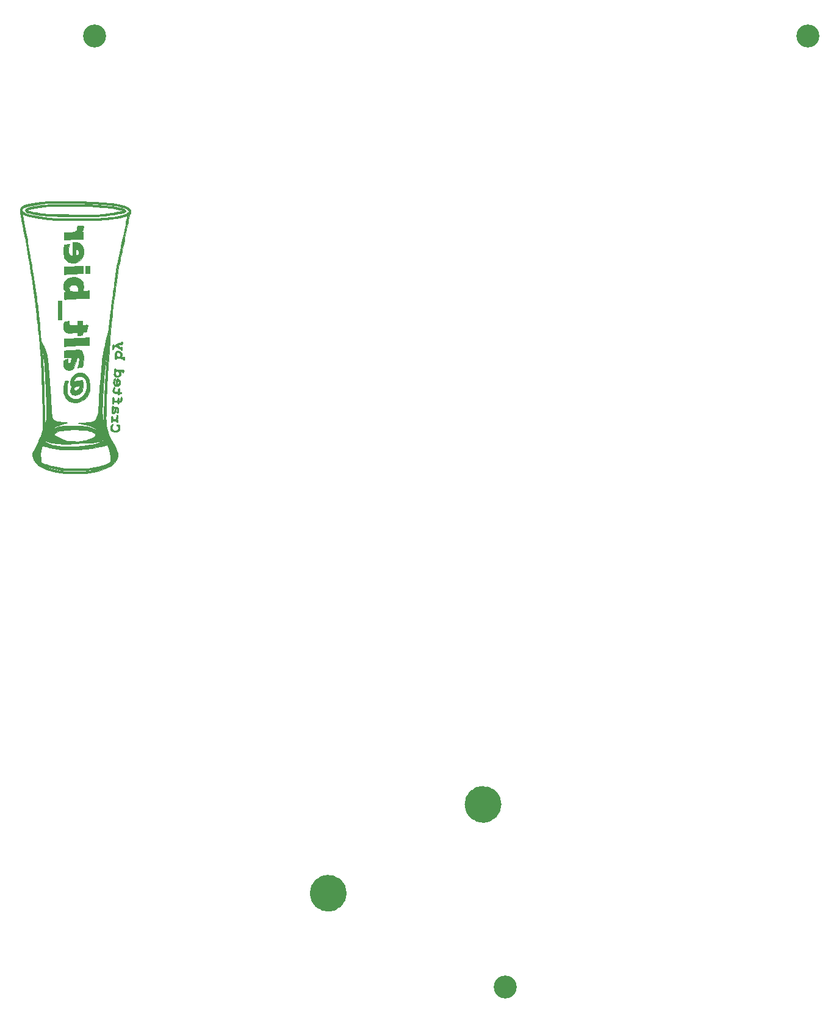
<source format=gbs>
G04 #@! TF.GenerationSoftware,KiCad,Pcbnew,7.0.10*
G04 #@! TF.CreationDate,2024-06-20T09:05:48-05:00*
G04 #@! TF.ProjectId,g0dzilla_vs_rear,6730647a-696c-46c6-915f-76735f726561,1*
G04 #@! TF.SameCoordinates,Original*
G04 #@! TF.FileFunction,Soldermask,Bot*
G04 #@! TF.FilePolarity,Negative*
%FSLAX46Y46*%
G04 Gerber Fmt 4.6, Leading zero omitted, Abs format (unit mm)*
G04 Created by KiCad (PCBNEW 7.0.10) date 2024-06-20 09:05:48*
%MOMM*%
%LPD*%
G01*
G04 APERTURE LIST*
%ADD10C,2.575000*%
%ADD11C,0.010000*%
%ADD12C,3.200000*%
G04 APERTURE END LIST*
D10*
X96737500Y-177962500D02*
G75*
G03*
X94162500Y-177962500I-1287500J0D01*
G01*
X94162500Y-177962500D02*
G75*
G03*
X96737500Y-177962500I1287500J0D01*
G01*
X118212500Y-165637500D02*
G75*
G03*
X115637500Y-165637500I-1287500J0D01*
G01*
X115637500Y-165637500D02*
G75*
G03*
X118212500Y-165637500I1287500J0D01*
G01*
D11*
X58495000Y-98387000D02*
X57944667Y-98387000D01*
X57944667Y-97074667D01*
X57944887Y-96920378D01*
X57946744Y-96608782D01*
X57950289Y-96330787D01*
X57955275Y-96096606D01*
X57961456Y-95916451D01*
X57968585Y-95800537D01*
X57976417Y-95759075D01*
X58012306Y-95756701D01*
X58114004Y-95751392D01*
X58251583Y-95744955D01*
X58495000Y-95734093D01*
X58495000Y-98387000D01*
G36*
X58495000Y-98387000D02*
G01*
X57944667Y-98387000D01*
X57944667Y-97074667D01*
X57944887Y-96920378D01*
X57946744Y-96608782D01*
X57950289Y-96330787D01*
X57955275Y-96096606D01*
X57961456Y-95916451D01*
X57968585Y-95800537D01*
X57976417Y-95759075D01*
X58012306Y-95756701D01*
X58114004Y-95751392D01*
X58251583Y-95744955D01*
X58495000Y-95734093D01*
X58495000Y-98387000D01*
G37*
X62275274Y-90885974D02*
X62333383Y-90902865D01*
X62350394Y-90936334D01*
X62351286Y-90997442D01*
X62351753Y-91121348D01*
X62351804Y-91284046D01*
X62351481Y-91462252D01*
X62350828Y-91632683D01*
X62349887Y-91772054D01*
X62348701Y-91857084D01*
X62320586Y-91886054D01*
X62223938Y-91904240D01*
X62051000Y-91910000D01*
X61754667Y-91910000D01*
X61754667Y-90900948D01*
X62051096Y-90886891D01*
X62159665Y-90882950D01*
X62275274Y-90885974D01*
G36*
X62275274Y-90885974D02*
G01*
X62333383Y-90902865D01*
X62350394Y-90936334D01*
X62351286Y-90997442D01*
X62351753Y-91121348D01*
X62351804Y-91284046D01*
X62351481Y-91462252D01*
X62350828Y-91632683D01*
X62349887Y-91772054D01*
X62348701Y-91857084D01*
X62320586Y-91886054D01*
X62223938Y-91904240D01*
X62051000Y-91910000D01*
X61754667Y-91910000D01*
X61754667Y-90900948D01*
X62051096Y-90886891D01*
X62159665Y-90882950D01*
X62275274Y-90885974D01*
G37*
X61416000Y-91952334D02*
X61087917Y-91955275D01*
X60894494Y-91958790D01*
X60700119Y-91965240D01*
X60548167Y-91973211D01*
X60517645Y-91975233D01*
X60375504Y-91983238D01*
X60177810Y-91993097D01*
X59946497Y-92003749D01*
X59703501Y-92014130D01*
X59594010Y-92018897D01*
X59384693Y-92029721D01*
X59214225Y-92040839D01*
X59097863Y-92051185D01*
X59050862Y-92059694D01*
X59050503Y-92060033D01*
X58997232Y-92073676D01*
X58898828Y-92079334D01*
X58766434Y-92079334D01*
X58783496Y-91539584D01*
X58784484Y-91508636D01*
X58791327Y-91309386D01*
X58797735Y-91146527D01*
X58803029Y-91036139D01*
X58806529Y-90994302D01*
X58813374Y-90993483D01*
X58884734Y-90989927D01*
X59023667Y-90984646D01*
X59217849Y-90978065D01*
X59454956Y-90970611D01*
X59722667Y-90962707D01*
X59759220Y-90961648D01*
X60059641Y-90952083D01*
X60356688Y-90941257D01*
X60630044Y-90930002D01*
X60859393Y-90919147D01*
X61024417Y-90909522D01*
X61416000Y-90882400D01*
X61416000Y-91952334D01*
G36*
X61416000Y-91952334D02*
G01*
X61087917Y-91955275D01*
X60894494Y-91958790D01*
X60700119Y-91965240D01*
X60548167Y-91973211D01*
X60517645Y-91975233D01*
X60375504Y-91983238D01*
X60177810Y-91993097D01*
X59946497Y-92003749D01*
X59703501Y-92014130D01*
X59594010Y-92018897D01*
X59384693Y-92029721D01*
X59214225Y-92040839D01*
X59097863Y-92051185D01*
X59050862Y-92059694D01*
X59050503Y-92060033D01*
X58997232Y-92073676D01*
X58898828Y-92079334D01*
X58766434Y-92079334D01*
X58783496Y-91539584D01*
X58784484Y-91508636D01*
X58791327Y-91309386D01*
X58797735Y-91146527D01*
X58803029Y-91036139D01*
X58806529Y-90994302D01*
X58813374Y-90993483D01*
X58884734Y-90989927D01*
X59023667Y-90984646D01*
X59217849Y-90978065D01*
X59454956Y-90970611D01*
X59722667Y-90962707D01*
X59759220Y-90961648D01*
X60059641Y-90952083D01*
X60356688Y-90941257D01*
X60630044Y-90930002D01*
X60859393Y-90919147D01*
X61024417Y-90909522D01*
X61416000Y-90882400D01*
X61416000Y-91952334D01*
G37*
X65584526Y-112873592D02*
X65582033Y-112957037D01*
X65526385Y-113059965D01*
X65464597Y-113173080D01*
X65434159Y-113344590D01*
X65460087Y-113514008D01*
X65541576Y-113650091D01*
X65610669Y-113702382D01*
X65774717Y-113758276D01*
X65962131Y-113759791D01*
X66143958Y-113704321D01*
X66178057Y-113683513D01*
X66264181Y-113581788D01*
X66308215Y-113449021D01*
X66308840Y-113310517D01*
X66264734Y-113191578D01*
X66174579Y-113117509D01*
X66110895Y-113077194D01*
X66072667Y-112993048D01*
X66072687Y-112989721D01*
X66086569Y-112937219D01*
X66141058Y-112913122D01*
X66257983Y-112907334D01*
X66323128Y-112910199D01*
X66447855Y-112939997D01*
X66509983Y-112996333D01*
X66498909Y-113071960D01*
X66496212Y-113077039D01*
X66487550Y-113158569D01*
X66507831Y-113269662D01*
X66523062Y-113414313D01*
X66483868Y-113597097D01*
X66395019Y-113764406D01*
X66268880Y-113884426D01*
X66257201Y-113891294D01*
X66098956Y-113947493D01*
X65882167Y-113965350D01*
X65720324Y-113954119D01*
X65505034Y-113887934D01*
X65350449Y-113762943D01*
X65257221Y-113579768D01*
X65226000Y-113339029D01*
X65226060Y-113330752D01*
X65250686Y-113161425D01*
X65311501Y-113005831D01*
X65396130Y-112887613D01*
X65492200Y-112830414D01*
X65536919Y-112830155D01*
X65584526Y-112873592D01*
G36*
X65584526Y-112873592D02*
G01*
X65582033Y-112957037D01*
X65526385Y-113059965D01*
X65464597Y-113173080D01*
X65434159Y-113344590D01*
X65460087Y-113514008D01*
X65541576Y-113650091D01*
X65610669Y-113702382D01*
X65774717Y-113758276D01*
X65962131Y-113759791D01*
X66143958Y-113704321D01*
X66178057Y-113683513D01*
X66264181Y-113581788D01*
X66308215Y-113449021D01*
X66308840Y-113310517D01*
X66264734Y-113191578D01*
X66174579Y-113117509D01*
X66110895Y-113077194D01*
X66072667Y-112993048D01*
X66072687Y-112989721D01*
X66086569Y-112937219D01*
X66141058Y-112913122D01*
X66257983Y-112907334D01*
X66323128Y-112910199D01*
X66447855Y-112939997D01*
X66509983Y-112996333D01*
X66498909Y-113071960D01*
X66496212Y-113077039D01*
X66487550Y-113158569D01*
X66507831Y-113269662D01*
X66523062Y-113414313D01*
X66483868Y-113597097D01*
X66395019Y-113764406D01*
X66268880Y-113884426D01*
X66257201Y-113891294D01*
X66098956Y-113947493D01*
X65882167Y-113965350D01*
X65720324Y-113954119D01*
X65505034Y-113887934D01*
X65350449Y-113762943D01*
X65257221Y-113579768D01*
X65226000Y-113339029D01*
X65226060Y-113330752D01*
X65250686Y-113161425D01*
X65311501Y-113005831D01*
X65396130Y-112887613D01*
X65492200Y-112830414D01*
X65536919Y-112830155D01*
X65584526Y-112873592D01*
G37*
X65818473Y-107725540D02*
X65822383Y-107729840D01*
X65836528Y-107800501D01*
X65798472Y-107924312D01*
X65764140Y-108021305D01*
X65736669Y-108173486D01*
X65748981Y-108290288D01*
X65800963Y-108351971D01*
X65831654Y-108359867D01*
X65939559Y-108372630D01*
X66076129Y-108377667D01*
X66284333Y-108377667D01*
X66284333Y-108190629D01*
X66285890Y-108108314D01*
X66303646Y-107967485D01*
X66345280Y-107892059D01*
X66415863Y-107869667D01*
X66453313Y-107875995D01*
X66480664Y-107911053D01*
X66493075Y-107993590D01*
X66496000Y-108142151D01*
X66496000Y-108414636D01*
X66633583Y-108427901D01*
X66669237Y-108432305D01*
X66749022Y-108462376D01*
X66771167Y-108525834D01*
X66765507Y-108564546D01*
X66720445Y-108604982D01*
X66612417Y-108623639D01*
X66540056Y-108632704D01*
X66471705Y-108662505D01*
X66453667Y-108721833D01*
X66453223Y-108731812D01*
X66419708Y-108788245D01*
X66354434Y-108796746D01*
X66287815Y-108762168D01*
X66250266Y-108689368D01*
X66237004Y-108645019D01*
X66196462Y-108612807D01*
X66110244Y-108593935D01*
X65958860Y-108581168D01*
X65949007Y-108580514D01*
X65746665Y-108549144D01*
X65614925Y-108482960D01*
X65544363Y-108373982D01*
X65525554Y-108214227D01*
X65529285Y-108149730D01*
X65559628Y-107986483D01*
X65612604Y-107847616D01*
X65679328Y-107747954D01*
X65750912Y-107702321D01*
X65818473Y-107725540D01*
G36*
X65818473Y-107725540D02*
G01*
X65822383Y-107729840D01*
X65836528Y-107800501D01*
X65798472Y-107924312D01*
X65764140Y-108021305D01*
X65736669Y-108173486D01*
X65748981Y-108290288D01*
X65800963Y-108351971D01*
X65831654Y-108359867D01*
X65939559Y-108372630D01*
X66076129Y-108377667D01*
X66284333Y-108377667D01*
X66284333Y-108190629D01*
X66285890Y-108108314D01*
X66303646Y-107967485D01*
X66345280Y-107892059D01*
X66415863Y-107869667D01*
X66453313Y-107875995D01*
X66480664Y-107911053D01*
X66493075Y-107993590D01*
X66496000Y-108142151D01*
X66496000Y-108414636D01*
X66633583Y-108427901D01*
X66669237Y-108432305D01*
X66749022Y-108462376D01*
X66771167Y-108525834D01*
X66765507Y-108564546D01*
X66720445Y-108604982D01*
X66612417Y-108623639D01*
X66540056Y-108632704D01*
X66471705Y-108662505D01*
X66453667Y-108721833D01*
X66453223Y-108731812D01*
X66419708Y-108788245D01*
X66354434Y-108796746D01*
X66287815Y-108762168D01*
X66250266Y-108689368D01*
X66237004Y-108645019D01*
X66196462Y-108612807D01*
X66110244Y-108593935D01*
X65958860Y-108581168D01*
X65949007Y-108580514D01*
X65746665Y-108549144D01*
X65614925Y-108482960D01*
X65544363Y-108373982D01*
X65525554Y-108214227D01*
X65529285Y-108149730D01*
X65559628Y-107986483D01*
X65612604Y-107847616D01*
X65679328Y-107747954D01*
X65750912Y-107702321D01*
X65818473Y-107725540D01*
G37*
X66581064Y-107086856D02*
X66550646Y-107272192D01*
X66469262Y-107433578D01*
X66336718Y-107549399D01*
X66213893Y-107598777D01*
X66029097Y-107611438D01*
X65862912Y-107554475D01*
X65728762Y-107436990D01*
X65640068Y-107268082D01*
X65610254Y-107056852D01*
X65623976Y-106877291D01*
X65666120Y-106697414D01*
X65731365Y-106574514D01*
X65814612Y-106521939D01*
X65878657Y-106519819D01*
X65899549Y-106554545D01*
X65886741Y-106648939D01*
X65867052Y-106756208D01*
X65834255Y-106995407D01*
X65831242Y-107164708D01*
X65857697Y-107270828D01*
X65896801Y-107328662D01*
X65941703Y-107361667D01*
X65953321Y-107343229D01*
X65972380Y-107256863D01*
X65991230Y-107115936D01*
X65993638Y-107088999D01*
X66199667Y-107088999D01*
X66201212Y-107170533D01*
X66216496Y-107303751D01*
X66247225Y-107355931D01*
X66292286Y-107326154D01*
X66350562Y-107213500D01*
X66384147Y-107119272D01*
X66387586Y-107027713D01*
X66349289Y-106914120D01*
X66320596Y-106853258D01*
X66270762Y-106793637D01*
X66232630Y-106814650D01*
X66208249Y-106913902D01*
X66199667Y-107088999D01*
X65993638Y-107088999D01*
X66007106Y-106938334D01*
X66017801Y-106802135D01*
X66039127Y-106637932D01*
X66072283Y-106543085D01*
X66125801Y-106508048D01*
X66208214Y-106523274D01*
X66328053Y-106579217D01*
X66368445Y-106603317D01*
X66489770Y-106730802D01*
X66560707Y-106899187D01*
X66574649Y-107027713D01*
X66581064Y-107086856D01*
G36*
X66581064Y-107086856D02*
G01*
X66550646Y-107272192D01*
X66469262Y-107433578D01*
X66336718Y-107549399D01*
X66213893Y-107598777D01*
X66029097Y-107611438D01*
X65862912Y-107554475D01*
X65728762Y-107436990D01*
X65640068Y-107268082D01*
X65610254Y-107056852D01*
X65623976Y-106877291D01*
X65666120Y-106697414D01*
X65731365Y-106574514D01*
X65814612Y-106521939D01*
X65878657Y-106519819D01*
X65899549Y-106554545D01*
X65886741Y-106648939D01*
X65867052Y-106756208D01*
X65834255Y-106995407D01*
X65831242Y-107164708D01*
X65857697Y-107270828D01*
X65896801Y-107328662D01*
X65941703Y-107361667D01*
X65953321Y-107343229D01*
X65972380Y-107256863D01*
X65991230Y-107115936D01*
X65993638Y-107088999D01*
X66199667Y-107088999D01*
X66201212Y-107170533D01*
X66216496Y-107303751D01*
X66247225Y-107355931D01*
X66292286Y-107326154D01*
X66350562Y-107213500D01*
X66384147Y-107119272D01*
X66387586Y-107027713D01*
X66349289Y-106914120D01*
X66320596Y-106853258D01*
X66270762Y-106793637D01*
X66232630Y-106814650D01*
X66208249Y-106913902D01*
X66199667Y-107088999D01*
X65993638Y-107088999D01*
X66007106Y-106938334D01*
X66017801Y-106802135D01*
X66039127Y-106637932D01*
X66072283Y-106543085D01*
X66125801Y-106508048D01*
X66208214Y-106523274D01*
X66328053Y-106579217D01*
X66368445Y-106603317D01*
X66489770Y-106730802D01*
X66560707Y-106899187D01*
X66574649Y-107027713D01*
X66581064Y-107086856D01*
G37*
X66164363Y-111606654D02*
X66245441Y-111675844D01*
X66283988Y-111788685D01*
X66274851Y-111923642D01*
X66212878Y-112059179D01*
X66210336Y-112062830D01*
X66169752Y-112142212D01*
X66191711Y-112177959D01*
X66214656Y-112209457D01*
X66234695Y-112299379D01*
X66242446Y-112413903D01*
X66236082Y-112519535D01*
X66213778Y-112582778D01*
X66188438Y-112597179D01*
X66107945Y-112611000D01*
X66051660Y-112589730D01*
X66030333Y-112505167D01*
X66028102Y-112464606D01*
X65996926Y-112411933D01*
X65908625Y-112399334D01*
X65800040Y-112393331D01*
X65660731Y-112374096D01*
X65584818Y-112364173D01*
X65535161Y-112390511D01*
X65508331Y-112479930D01*
X65506742Y-112487602D01*
X65467011Y-112582695D01*
X65396392Y-112611000D01*
X65393227Y-112610984D01*
X65348823Y-112601916D01*
X65324007Y-112563566D01*
X65313278Y-112477492D01*
X65311133Y-112325250D01*
X65311722Y-112246057D01*
X65322014Y-112007449D01*
X65346097Y-111844718D01*
X65385310Y-111751643D01*
X65440994Y-111722000D01*
X65450608Y-111722355D01*
X65493631Y-111743529D01*
X65517762Y-111811134D01*
X65530705Y-111944250D01*
X65543500Y-112166500D01*
X65698325Y-112179405D01*
X65804568Y-112178076D01*
X65882340Y-112139421D01*
X65965440Y-112045090D01*
X66022887Y-111961311D01*
X66057647Y-111862116D01*
X66049320Y-111746435D01*
X66036650Y-111656451D01*
X66050089Y-111606497D01*
X66101822Y-111595000D01*
X66164363Y-111606654D01*
G36*
X66164363Y-111606654D02*
G01*
X66245441Y-111675844D01*
X66283988Y-111788685D01*
X66274851Y-111923642D01*
X66212878Y-112059179D01*
X66210336Y-112062830D01*
X66169752Y-112142212D01*
X66191711Y-112177959D01*
X66214656Y-112209457D01*
X66234695Y-112299379D01*
X66242446Y-112413903D01*
X66236082Y-112519535D01*
X66213778Y-112582778D01*
X66188438Y-112597179D01*
X66107945Y-112611000D01*
X66051660Y-112589730D01*
X66030333Y-112505167D01*
X66028102Y-112464606D01*
X65996926Y-112411933D01*
X65908625Y-112399334D01*
X65800040Y-112393331D01*
X65660731Y-112374096D01*
X65584818Y-112364173D01*
X65535161Y-112390511D01*
X65508331Y-112479930D01*
X65506742Y-112487602D01*
X65467011Y-112582695D01*
X65396392Y-112611000D01*
X65393227Y-112610984D01*
X65348823Y-112601916D01*
X65324007Y-112563566D01*
X65313278Y-112477492D01*
X65311133Y-112325250D01*
X65311722Y-112246057D01*
X65322014Y-112007449D01*
X65346097Y-111844718D01*
X65385310Y-111751643D01*
X65440994Y-111722000D01*
X65450608Y-111722355D01*
X65493631Y-111743529D01*
X65517762Y-111811134D01*
X65530705Y-111944250D01*
X65543500Y-112166500D01*
X65698325Y-112179405D01*
X65804568Y-112178076D01*
X65882340Y-112139421D01*
X65965440Y-112045090D01*
X66022887Y-111961311D01*
X66057647Y-111862116D01*
X66049320Y-111746435D01*
X66036650Y-111656451D01*
X66050089Y-111606497D01*
X66101822Y-111595000D01*
X66164363Y-111606654D01*
G37*
X60988223Y-85303202D02*
X61152167Y-85307924D01*
X61299594Y-85314483D01*
X61407789Y-85322081D01*
X61454034Y-85329923D01*
X61455927Y-85332166D01*
X61470241Y-85397455D01*
X61471130Y-85513198D01*
X61460795Y-85649223D01*
X61441438Y-85775354D01*
X61415260Y-85861418D01*
X61411958Y-85867655D01*
X61343480Y-85971086D01*
X61254741Y-86078584D01*
X61146160Y-86195000D01*
X61416000Y-86195000D01*
X61416072Y-87189834D01*
X60982119Y-87189834D01*
X60804507Y-87191590D01*
X60582782Y-87196591D01*
X60333955Y-87204211D01*
X60071992Y-87213825D01*
X59810862Y-87224807D01*
X59564530Y-87236532D01*
X59346964Y-87248373D01*
X59172131Y-87259705D01*
X59053996Y-87269902D01*
X59006528Y-87278339D01*
X58974124Y-87289091D01*
X58890111Y-87295667D01*
X58814008Y-87275872D01*
X58788633Y-87200417D01*
X58787586Y-87157471D01*
X58784988Y-87034429D01*
X58781654Y-86864615D01*
X58778050Y-86671294D01*
X58770167Y-86237421D01*
X59307833Y-86237377D01*
X59590299Y-86233759D01*
X59853601Y-86218691D01*
X60057927Y-86189064D01*
X60216863Y-86141854D01*
X60343998Y-86074040D01*
X60452917Y-85982596D01*
X60536530Y-85893634D01*
X60586831Y-85812373D01*
X60607598Y-85714080D01*
X60611667Y-85564981D01*
X60612593Y-85478883D01*
X60621480Y-85370248D01*
X60644120Y-85317799D01*
X60685750Y-85303010D01*
X60701647Y-85302446D01*
X60830478Y-85301110D01*
X60988223Y-85303202D01*
G36*
X60988223Y-85303202D02*
G01*
X61152167Y-85307924D01*
X61299594Y-85314483D01*
X61407789Y-85322081D01*
X61454034Y-85329923D01*
X61455927Y-85332166D01*
X61470241Y-85397455D01*
X61471130Y-85513198D01*
X61460795Y-85649223D01*
X61441438Y-85775354D01*
X61415260Y-85861418D01*
X61411958Y-85867655D01*
X61343480Y-85971086D01*
X61254741Y-86078584D01*
X61146160Y-86195000D01*
X61416000Y-86195000D01*
X61416072Y-87189834D01*
X60982119Y-87189834D01*
X60804507Y-87191590D01*
X60582782Y-87196591D01*
X60333955Y-87204211D01*
X60071992Y-87213825D01*
X59810862Y-87224807D01*
X59564530Y-87236532D01*
X59346964Y-87248373D01*
X59172131Y-87259705D01*
X59053996Y-87269902D01*
X59006528Y-87278339D01*
X58974124Y-87289091D01*
X58890111Y-87295667D01*
X58814008Y-87275872D01*
X58788633Y-87200417D01*
X58787586Y-87157471D01*
X58784988Y-87034429D01*
X58781654Y-86864615D01*
X58778050Y-86671294D01*
X58770167Y-86237421D01*
X59307833Y-86237377D01*
X59590299Y-86233759D01*
X59853601Y-86218691D01*
X60057927Y-86189064D01*
X60216863Y-86141854D01*
X60343998Y-86074040D01*
X60452917Y-85982596D01*
X60536530Y-85893634D01*
X60586831Y-85812373D01*
X60607598Y-85714080D01*
X60611667Y-85564981D01*
X60612593Y-85478883D01*
X60621480Y-85370248D01*
X60644120Y-85317799D01*
X60685750Y-85303010D01*
X60701647Y-85302446D01*
X60830478Y-85301110D01*
X60988223Y-85303202D01*
G37*
X62258972Y-100834046D02*
X62272023Y-100851861D01*
X62290111Y-100947289D01*
X62301220Y-101120827D01*
X62305000Y-101368426D01*
X62305000Y-101887463D01*
X61361183Y-101916461D01*
X61241622Y-101920236D01*
X60969646Y-101929602D01*
X60727017Y-101939009D01*
X60527557Y-101947863D01*
X60385089Y-101955569D01*
X60313433Y-101961532D01*
X60300153Y-101963269D01*
X60201841Y-101971820D01*
X60042748Y-101982450D01*
X59841768Y-101993973D01*
X59617793Y-102005204D01*
X59543244Y-102008774D01*
X59338462Y-102019613D01*
X59171588Y-102029961D01*
X59058184Y-102038793D01*
X59013809Y-102045080D01*
X58978211Y-102052120D01*
X58891859Y-102053095D01*
X58782186Y-102048834D01*
X58782224Y-101554713D01*
X58783992Y-101368973D01*
X58789243Y-101198960D01*
X58797136Y-101076782D01*
X58806823Y-101020852D01*
X58808853Y-101018757D01*
X58868120Y-101003350D01*
X58993000Y-100989730D01*
X59166661Y-100979309D01*
X59372276Y-100973494D01*
X59381866Y-100973357D01*
X59599180Y-100969202D01*
X59795479Y-100963617D01*
X59949546Y-100957316D01*
X60040167Y-100951014D01*
X60079469Y-100947438D01*
X60204885Y-100939051D01*
X60386935Y-100928811D01*
X60607806Y-100917695D01*
X60849682Y-100906678D01*
X60954088Y-100902011D01*
X61222407Y-100888757D01*
X61481729Y-100874365D01*
X61706851Y-100860282D01*
X61872571Y-100847954D01*
X61915887Y-100844386D01*
X62075203Y-100834019D01*
X62197425Y-100830289D01*
X62258972Y-100834046D01*
G36*
X62258972Y-100834046D02*
G01*
X62272023Y-100851861D01*
X62290111Y-100947289D01*
X62301220Y-101120827D01*
X62305000Y-101368426D01*
X62305000Y-101887463D01*
X61361183Y-101916461D01*
X61241622Y-101920236D01*
X60969646Y-101929602D01*
X60727017Y-101939009D01*
X60527557Y-101947863D01*
X60385089Y-101955569D01*
X60313433Y-101961532D01*
X60300153Y-101963269D01*
X60201841Y-101971820D01*
X60042748Y-101982450D01*
X59841768Y-101993973D01*
X59617793Y-102005204D01*
X59543244Y-102008774D01*
X59338462Y-102019613D01*
X59171588Y-102029961D01*
X59058184Y-102038793D01*
X59013809Y-102045080D01*
X58978211Y-102052120D01*
X58891859Y-102053095D01*
X58782186Y-102048834D01*
X58782224Y-101554713D01*
X58783992Y-101368973D01*
X58789243Y-101198960D01*
X58797136Y-101076782D01*
X58806823Y-101020852D01*
X58808853Y-101018757D01*
X58868120Y-101003350D01*
X58993000Y-100989730D01*
X59166661Y-100979309D01*
X59372276Y-100973494D01*
X59381866Y-100973357D01*
X59599180Y-100969202D01*
X59795479Y-100963617D01*
X59949546Y-100957316D01*
X60040167Y-100951014D01*
X60079469Y-100947438D01*
X60204885Y-100939051D01*
X60386935Y-100928811D01*
X60607806Y-100917695D01*
X60849682Y-100906678D01*
X60954088Y-100902011D01*
X61222407Y-100888757D01*
X61481729Y-100874365D01*
X61706851Y-100860282D01*
X61872571Y-100847954D01*
X61915887Y-100844386D01*
X62075203Y-100834019D01*
X62197425Y-100830289D01*
X62258972Y-100834046D01*
G37*
X66030333Y-110781692D02*
X66014081Y-110937798D01*
X65951569Y-111132898D01*
X65854632Y-111284279D01*
X65784441Y-111342335D01*
X65657666Y-111382540D01*
X65536765Y-111356443D01*
X65437918Y-111274172D01*
X65377306Y-111145854D01*
X65373924Y-111056264D01*
X65572873Y-111056264D01*
X65580106Y-111092424D01*
X65618524Y-111160559D01*
X65671484Y-111161402D01*
X65728045Y-111104349D01*
X65777266Y-110998798D01*
X65808208Y-110854144D01*
X65808750Y-110849310D01*
X65816401Y-110732497D01*
X65801440Y-110677455D01*
X65758512Y-110663667D01*
X65739639Y-110667795D01*
X65676953Y-110725483D01*
X65619162Y-110828703D01*
X65579919Y-110948586D01*
X65572873Y-111056264D01*
X65373924Y-111056264D01*
X65371107Y-110981617D01*
X65383273Y-110891620D01*
X65403439Y-110722107D01*
X65421852Y-110547250D01*
X65433482Y-110442299D01*
X65453680Y-110341291D01*
X65483715Y-110294242D01*
X65531228Y-110282667D01*
X65582520Y-110296641D01*
X65637067Y-110367334D01*
X65657568Y-110411393D01*
X65718253Y-110443534D01*
X65838454Y-110452000D01*
X65886924Y-110452852D01*
X66107053Y-110486902D01*
X66259886Y-110571596D01*
X66346334Y-110708229D01*
X66367310Y-110898100D01*
X66323726Y-111142507D01*
X66295922Y-111226246D01*
X66252294Y-111283733D01*
X66186379Y-111290653D01*
X66123784Y-111266027D01*
X66104592Y-111192813D01*
X66108174Y-111164987D01*
X66123125Y-111051196D01*
X66141469Y-110913580D01*
X66151998Y-110799452D01*
X66140244Y-110726576D01*
X66098961Y-110692659D01*
X66083549Y-110687652D01*
X66041704Y-110700930D01*
X66037259Y-110732497D01*
X66030333Y-110781692D01*
G36*
X66030333Y-110781692D02*
G01*
X66014081Y-110937798D01*
X65951569Y-111132898D01*
X65854632Y-111284279D01*
X65784441Y-111342335D01*
X65657666Y-111382540D01*
X65536765Y-111356443D01*
X65437918Y-111274172D01*
X65377306Y-111145854D01*
X65373924Y-111056264D01*
X65572873Y-111056264D01*
X65580106Y-111092424D01*
X65618524Y-111160559D01*
X65671484Y-111161402D01*
X65728045Y-111104349D01*
X65777266Y-110998798D01*
X65808208Y-110854144D01*
X65808750Y-110849310D01*
X65816401Y-110732497D01*
X65801440Y-110677455D01*
X65758512Y-110663667D01*
X65739639Y-110667795D01*
X65676953Y-110725483D01*
X65619162Y-110828703D01*
X65579919Y-110948586D01*
X65572873Y-111056264D01*
X65373924Y-111056264D01*
X65371107Y-110981617D01*
X65383273Y-110891620D01*
X65403439Y-110722107D01*
X65421852Y-110547250D01*
X65433482Y-110442299D01*
X65453680Y-110341291D01*
X65483715Y-110294242D01*
X65531228Y-110282667D01*
X65582520Y-110296641D01*
X65637067Y-110367334D01*
X65657568Y-110411393D01*
X65718253Y-110443534D01*
X65838454Y-110452000D01*
X65886924Y-110452852D01*
X66107053Y-110486902D01*
X66259886Y-110571596D01*
X66346334Y-110708229D01*
X66367310Y-110898100D01*
X66323726Y-111142507D01*
X66295922Y-111226246D01*
X66252294Y-111283733D01*
X66186379Y-111290653D01*
X66123784Y-111266027D01*
X66104592Y-111192813D01*
X66108174Y-111164987D01*
X66123125Y-111051196D01*
X66141469Y-110913580D01*
X66151998Y-110799452D01*
X66140244Y-110726576D01*
X66098961Y-110692659D01*
X66083549Y-110687652D01*
X66041704Y-110700930D01*
X66037259Y-110732497D01*
X66030333Y-110781692D01*
G37*
X66780946Y-109122616D02*
X66807540Y-109178334D01*
X66827639Y-109314444D01*
X66819411Y-109474594D01*
X66785720Y-109624949D01*
X66729427Y-109731677D01*
X66652072Y-109786597D01*
X66535136Y-109817000D01*
X66490526Y-109819477D01*
X66424571Y-109853184D01*
X66389649Y-109946357D01*
X66361786Y-110018730D01*
X66302699Y-110063537D01*
X66243409Y-110036538D01*
X66207987Y-109938744D01*
X66198544Y-109888966D01*
X66166661Y-109845982D01*
X66093274Y-109821443D01*
X65956866Y-109803786D01*
X65914875Y-109799592D01*
X65772550Y-109791121D01*
X65692474Y-109804660D01*
X65657213Y-109847101D01*
X65649333Y-109925332D01*
X65631622Y-110003197D01*
X65564667Y-110028667D01*
X65532063Y-110025223D01*
X65503841Y-110002029D01*
X65488177Y-109942739D01*
X65481439Y-109831167D01*
X65480000Y-109651129D01*
X65482948Y-109433074D01*
X65494049Y-109285103D01*
X65516608Y-109195592D01*
X65553929Y-109151470D01*
X65609317Y-109139667D01*
X65620409Y-109140118D01*
X65663289Y-109161547D01*
X65687211Y-109229060D01*
X65700038Y-109361917D01*
X65712833Y-109584167D01*
X65949976Y-109596676D01*
X66187118Y-109609184D01*
X66225142Y-109385009D01*
X66239986Y-109309222D01*
X66278637Y-109196966D01*
X66326667Y-109160834D01*
X66364200Y-109181496D01*
X66389088Y-109257834D01*
X66402863Y-109404250D01*
X66413352Y-109526819D01*
X66437106Y-109619339D01*
X66475457Y-109647667D01*
X66490886Y-109646228D01*
X66560924Y-109592768D01*
X66606641Y-109471028D01*
X66623000Y-109293115D01*
X66630201Y-109184924D01*
X66661986Y-109089956D01*
X66714080Y-109067194D01*
X66780946Y-109122616D01*
G36*
X66780946Y-109122616D02*
G01*
X66807540Y-109178334D01*
X66827639Y-109314444D01*
X66819411Y-109474594D01*
X66785720Y-109624949D01*
X66729427Y-109731677D01*
X66652072Y-109786597D01*
X66535136Y-109817000D01*
X66490526Y-109819477D01*
X66424571Y-109853184D01*
X66389649Y-109946357D01*
X66361786Y-110018730D01*
X66302699Y-110063537D01*
X66243409Y-110036538D01*
X66207987Y-109938744D01*
X66198544Y-109888966D01*
X66166661Y-109845982D01*
X66093274Y-109821443D01*
X65956866Y-109803786D01*
X65914875Y-109799592D01*
X65772550Y-109791121D01*
X65692474Y-109804660D01*
X65657213Y-109847101D01*
X65649333Y-109925332D01*
X65631622Y-110003197D01*
X65564667Y-110028667D01*
X65532063Y-110025223D01*
X65503841Y-110002029D01*
X65488177Y-109942739D01*
X65481439Y-109831167D01*
X65480000Y-109651129D01*
X65482948Y-109433074D01*
X65494049Y-109285103D01*
X65516608Y-109195592D01*
X65553929Y-109151470D01*
X65609317Y-109139667D01*
X65620409Y-109140118D01*
X65663289Y-109161547D01*
X65687211Y-109229060D01*
X65700038Y-109361917D01*
X65712833Y-109584167D01*
X65949976Y-109596676D01*
X66187118Y-109609184D01*
X66225142Y-109385009D01*
X66239986Y-109309222D01*
X66278637Y-109196966D01*
X66326667Y-109160834D01*
X66364200Y-109181496D01*
X66389088Y-109257834D01*
X66402863Y-109404250D01*
X66413352Y-109526819D01*
X66437106Y-109619339D01*
X66475457Y-109647667D01*
X66490886Y-109646228D01*
X66560924Y-109592768D01*
X66606641Y-109471028D01*
X66623000Y-109293115D01*
X66630201Y-109184924D01*
X66661986Y-109089956D01*
X66714080Y-109067194D01*
X66780946Y-109122616D01*
G37*
X66809879Y-103283467D02*
X66767249Y-103456417D01*
X66757650Y-103499163D01*
X66770315Y-103534553D01*
X66830487Y-103548944D01*
X66956729Y-103551667D01*
X67173333Y-103551667D01*
X67173333Y-103713945D01*
X67172935Y-103741520D01*
X67163391Y-103847278D01*
X67145111Y-103904445D01*
X67142751Y-103906728D01*
X67068566Y-103935423D01*
X66994996Y-103914115D01*
X66961667Y-103853754D01*
X66960374Y-103841694D01*
X66910295Y-103788027D01*
X66785387Y-103750406D01*
X66582777Y-103728256D01*
X66299592Y-103721000D01*
X66280895Y-103721045D01*
X66132642Y-103727210D01*
X66053648Y-103745861D01*
X66030333Y-103779971D01*
X66003376Y-103840397D01*
X65935372Y-103866208D01*
X65867696Y-103834901D01*
X65844823Y-103766746D01*
X65832622Y-103634824D01*
X65831812Y-103464649D01*
X65841174Y-103279594D01*
X65853844Y-103157450D01*
X66039346Y-103157450D01*
X66049201Y-103304988D01*
X66115000Y-103424667D01*
X66196331Y-103479825D01*
X66307424Y-103509334D01*
X66377239Y-103496280D01*
X66495239Y-103424188D01*
X66586426Y-103313382D01*
X66623000Y-103191834D01*
X66602857Y-103096448D01*
X66525784Y-102985795D01*
X66412939Y-102907303D01*
X66287902Y-102875955D01*
X66174254Y-102906732D01*
X66172717Y-102907768D01*
X66081748Y-103014296D01*
X66039346Y-103157450D01*
X65853844Y-103157450D01*
X65859488Y-103103033D01*
X65885534Y-102958339D01*
X65918094Y-102868885D01*
X66025726Y-102754922D01*
X66182779Y-102682394D01*
X66355635Y-102672184D01*
X66525141Y-102721619D01*
X66672139Y-102828028D01*
X66777477Y-102988739D01*
X66799600Y-103047702D01*
X66820437Y-103157569D01*
X66817563Y-103191834D01*
X66809879Y-103283467D01*
G36*
X66809879Y-103283467D02*
G01*
X66767249Y-103456417D01*
X66757650Y-103499163D01*
X66770315Y-103534553D01*
X66830487Y-103548944D01*
X66956729Y-103551667D01*
X67173333Y-103551667D01*
X67173333Y-103713945D01*
X67172935Y-103741520D01*
X67163391Y-103847278D01*
X67145111Y-103904445D01*
X67142751Y-103906728D01*
X67068566Y-103935423D01*
X66994996Y-103914115D01*
X66961667Y-103853754D01*
X66960374Y-103841694D01*
X66910295Y-103788027D01*
X66785387Y-103750406D01*
X66582777Y-103728256D01*
X66299592Y-103721000D01*
X66280895Y-103721045D01*
X66132642Y-103727210D01*
X66053648Y-103745861D01*
X66030333Y-103779971D01*
X66003376Y-103840397D01*
X65935372Y-103866208D01*
X65867696Y-103834901D01*
X65844823Y-103766746D01*
X65832622Y-103634824D01*
X65831812Y-103464649D01*
X65841174Y-103279594D01*
X65853844Y-103157450D01*
X66039346Y-103157450D01*
X66049201Y-103304988D01*
X66115000Y-103424667D01*
X66196331Y-103479825D01*
X66307424Y-103509334D01*
X66377239Y-103496280D01*
X66495239Y-103424188D01*
X66586426Y-103313382D01*
X66623000Y-103191834D01*
X66602857Y-103096448D01*
X66525784Y-102985795D01*
X66412939Y-102907303D01*
X66287902Y-102875955D01*
X66174254Y-102906732D01*
X66172717Y-102907768D01*
X66081748Y-103014296D01*
X66039346Y-103157450D01*
X65853844Y-103157450D01*
X65859488Y-103103033D01*
X65885534Y-102958339D01*
X65918094Y-102868885D01*
X66025726Y-102754922D01*
X66182779Y-102682394D01*
X66355635Y-102672184D01*
X66525141Y-102721619D01*
X66672139Y-102828028D01*
X66777477Y-102988739D01*
X66799600Y-103047702D01*
X66820437Y-103157569D01*
X66817563Y-103191834D01*
X66809879Y-103283467D01*
G37*
X66650209Y-105941347D02*
X66580088Y-106122691D01*
X66438456Y-106259060D01*
X66369480Y-106297681D01*
X66180194Y-106347333D01*
X65998499Y-106313794D01*
X65831665Y-106197798D01*
X65750793Y-106111789D01*
X65707961Y-106038096D01*
X65696666Y-105947419D01*
X65706154Y-105806215D01*
X65708006Y-105785205D01*
X65892771Y-105785205D01*
X65900243Y-105924747D01*
X65965060Y-106047374D01*
X65981250Y-106063833D01*
X66097055Y-106124660D01*
X66222549Y-106119275D01*
X66337381Y-106057718D01*
X66421204Y-105950033D01*
X66453667Y-105806261D01*
X66446344Y-105751488D01*
X66383282Y-105629756D01*
X66277635Y-105536324D01*
X66156314Y-105499000D01*
X66132389Y-105500332D01*
X66017049Y-105549473D01*
X65934442Y-105652272D01*
X65892771Y-105785205D01*
X65708006Y-105785205D01*
X65714017Y-105716997D01*
X65729714Y-105522007D01*
X65741839Y-105350834D01*
X65744848Y-105307965D01*
X65760606Y-105198777D01*
X65792176Y-105145509D01*
X65850417Y-105125639D01*
X65923161Y-105132360D01*
X65945667Y-105193511D01*
X65945786Y-105199745D01*
X65959040Y-105240132D01*
X66006141Y-105266897D01*
X66104007Y-105285722D01*
X66269554Y-105302288D01*
X66458467Y-105315782D01*
X66657960Y-105325828D01*
X66817389Y-105329667D01*
X66904121Y-105332078D01*
X67010275Y-105343598D01*
X67059100Y-105361417D01*
X67061623Y-105368293D01*
X67065618Y-105440674D01*
X67056967Y-105551917D01*
X67050667Y-105593739D01*
X67018482Y-105684017D01*
X66961973Y-105710667D01*
X66914313Y-105694884D01*
X66864734Y-105626000D01*
X66831577Y-105570085D01*
X66733607Y-105541334D01*
X66692519Y-105542443D01*
X66648518Y-105559299D01*
X66637841Y-105614519D01*
X66650577Y-105730712D01*
X66650445Y-105806261D01*
X66650209Y-105941347D01*
G36*
X66650209Y-105941347D02*
G01*
X66580088Y-106122691D01*
X66438456Y-106259060D01*
X66369480Y-106297681D01*
X66180194Y-106347333D01*
X65998499Y-106313794D01*
X65831665Y-106197798D01*
X65750793Y-106111789D01*
X65707961Y-106038096D01*
X65696666Y-105947419D01*
X65706154Y-105806215D01*
X65708006Y-105785205D01*
X65892771Y-105785205D01*
X65900243Y-105924747D01*
X65965060Y-106047374D01*
X65981250Y-106063833D01*
X66097055Y-106124660D01*
X66222549Y-106119275D01*
X66337381Y-106057718D01*
X66421204Y-105950033D01*
X66453667Y-105806261D01*
X66446344Y-105751488D01*
X66383282Y-105629756D01*
X66277635Y-105536324D01*
X66156314Y-105499000D01*
X66132389Y-105500332D01*
X66017049Y-105549473D01*
X65934442Y-105652272D01*
X65892771Y-105785205D01*
X65708006Y-105785205D01*
X65714017Y-105716997D01*
X65729714Y-105522007D01*
X65741839Y-105350834D01*
X65744848Y-105307965D01*
X65760606Y-105198777D01*
X65792176Y-105145509D01*
X65850417Y-105125639D01*
X65923161Y-105132360D01*
X65945667Y-105193511D01*
X65945786Y-105199745D01*
X65959040Y-105240132D01*
X66006141Y-105266897D01*
X66104007Y-105285722D01*
X66269554Y-105302288D01*
X66458467Y-105315782D01*
X66657960Y-105325828D01*
X66817389Y-105329667D01*
X66904121Y-105332078D01*
X67010275Y-105343598D01*
X67059100Y-105361417D01*
X67061623Y-105368293D01*
X67065618Y-105440674D01*
X67056967Y-105551917D01*
X67050667Y-105593739D01*
X67018482Y-105684017D01*
X66961973Y-105710667D01*
X66914313Y-105694884D01*
X66864734Y-105626000D01*
X66831577Y-105570085D01*
X66733607Y-105541334D01*
X66692519Y-105542443D01*
X66648518Y-105559299D01*
X66637841Y-105614519D01*
X66650577Y-105730712D01*
X66650445Y-105806261D01*
X66650209Y-105941347D01*
G37*
X66893600Y-101459531D02*
X66897365Y-101472374D01*
X66903772Y-101568232D01*
X66892719Y-101692364D01*
X66881390Y-101750895D01*
X66845396Y-101834375D01*
X66786923Y-101858334D01*
X66742874Y-101851144D01*
X66707667Y-101816000D01*
X66706055Y-101802828D01*
X66663604Y-101776338D01*
X66560120Y-101795941D01*
X66391052Y-101862304D01*
X66298883Y-101904788D01*
X66240765Y-101945596D01*
X66245874Y-101986980D01*
X66317766Y-102042527D01*
X66459993Y-102125823D01*
X66497048Y-102146647D01*
X66599208Y-102197014D01*
X66654386Y-102205143D01*
X66680915Y-102175123D01*
X66716226Y-102132011D01*
X66790785Y-102113743D01*
X66853126Y-102150286D01*
X66858834Y-102170071D01*
X66861160Y-102258896D01*
X66849870Y-102383119D01*
X66833474Y-102475762D01*
X66800187Y-102555231D01*
X66748775Y-102578000D01*
X66708241Y-102570127D01*
X66652402Y-102520696D01*
X66637647Y-102501632D01*
X66562046Y-102439853D01*
X66439253Y-102355816D01*
X66286928Y-102262021D01*
X66145108Y-102180241D01*
X66027335Y-102119197D01*
X65946531Y-102091520D01*
X65883704Y-102091103D01*
X65819861Y-102111839D01*
X65769081Y-102136637D01*
X65707304Y-102202644D01*
X65683390Y-102317597D01*
X65675088Y-102383512D01*
X65642697Y-102457837D01*
X65575250Y-102485694D01*
X65530650Y-102488537D01*
X65496835Y-102467567D01*
X65482790Y-102400765D01*
X65480000Y-102268736D01*
X65485537Y-102072033D01*
X65508236Y-101902296D01*
X65549956Y-101804830D01*
X65612292Y-101773667D01*
X65656726Y-101784623D01*
X65691667Y-101837167D01*
X65696725Y-101866416D01*
X65736376Y-101900667D01*
X65799987Y-101884638D01*
X65919468Y-101839721D01*
X66074637Y-101774594D01*
X66246481Y-101697958D01*
X66415987Y-101618513D01*
X66564143Y-101544962D01*
X66671936Y-101486005D01*
X66720354Y-101450343D01*
X66762365Y-101407290D01*
X66837038Y-101399983D01*
X66893600Y-101459531D01*
G36*
X66893600Y-101459531D02*
G01*
X66897365Y-101472374D01*
X66903772Y-101568232D01*
X66892719Y-101692364D01*
X66881390Y-101750895D01*
X66845396Y-101834375D01*
X66786923Y-101858334D01*
X66742874Y-101851144D01*
X66707667Y-101816000D01*
X66706055Y-101802828D01*
X66663604Y-101776338D01*
X66560120Y-101795941D01*
X66391052Y-101862304D01*
X66298883Y-101904788D01*
X66240765Y-101945596D01*
X66245874Y-101986980D01*
X66317766Y-102042527D01*
X66459993Y-102125823D01*
X66497048Y-102146647D01*
X66599208Y-102197014D01*
X66654386Y-102205143D01*
X66680915Y-102175123D01*
X66716226Y-102132011D01*
X66790785Y-102113743D01*
X66853126Y-102150286D01*
X66858834Y-102170071D01*
X66861160Y-102258896D01*
X66849870Y-102383119D01*
X66833474Y-102475762D01*
X66800187Y-102555231D01*
X66748775Y-102578000D01*
X66708241Y-102570127D01*
X66652402Y-102520696D01*
X66637647Y-102501632D01*
X66562046Y-102439853D01*
X66439253Y-102355816D01*
X66286928Y-102262021D01*
X66145108Y-102180241D01*
X66027335Y-102119197D01*
X65946531Y-102091520D01*
X65883704Y-102091103D01*
X65819861Y-102111839D01*
X65769081Y-102136637D01*
X65707304Y-102202644D01*
X65683390Y-102317597D01*
X65675088Y-102383512D01*
X65642697Y-102457837D01*
X65575250Y-102485694D01*
X65530650Y-102488537D01*
X65496835Y-102467567D01*
X65482790Y-102400765D01*
X65480000Y-102268736D01*
X65485537Y-102072033D01*
X65508236Y-101902296D01*
X65549956Y-101804830D01*
X65612292Y-101773667D01*
X65656726Y-101784623D01*
X65691667Y-101837167D01*
X65696725Y-101866416D01*
X65736376Y-101900667D01*
X65799987Y-101884638D01*
X65919468Y-101839721D01*
X66074637Y-101774594D01*
X66246481Y-101697958D01*
X66415987Y-101618513D01*
X66564143Y-101544962D01*
X66671936Y-101486005D01*
X66720354Y-101450343D01*
X66762365Y-101407290D01*
X66837038Y-101399983D01*
X66893600Y-101459531D01*
G37*
X61373667Y-99115203D02*
X61733500Y-99088598D01*
X61800883Y-99084200D01*
X61950526Y-99079259D01*
X62054532Y-99082943D01*
X62093573Y-99094914D01*
X62091068Y-99120506D01*
X62073830Y-99217400D01*
X62044373Y-99359599D01*
X62007598Y-99525736D01*
X61968410Y-99694443D01*
X61931709Y-99844352D01*
X61902399Y-99954094D01*
X61885383Y-100002302D01*
X61882350Y-100004944D01*
X61818754Y-100027555D01*
X61704968Y-100050911D01*
X61571223Y-100069730D01*
X61447750Y-100078735D01*
X61444298Y-100078853D01*
X61400466Y-100097561D01*
X61379218Y-100161263D01*
X61373667Y-100289566D01*
X61373667Y-100498799D01*
X61193750Y-100512041D01*
X61173400Y-100513467D01*
X61005784Y-100521783D01*
X60848720Y-100525058D01*
X60683607Y-100524834D01*
X60679387Y-100334334D01*
X60677760Y-100280564D01*
X60666509Y-100190104D01*
X60634728Y-100154038D01*
X60569333Y-100150514D01*
X60545646Y-100151865D01*
X60436826Y-100157322D01*
X60269001Y-100165235D01*
X60060211Y-100174764D01*
X59828500Y-100185067D01*
X59596995Y-100193375D01*
X59357344Y-100193396D01*
X59178230Y-100177262D01*
X59046222Y-100140848D01*
X58947888Y-100080028D01*
X58869798Y-99990676D01*
X58798521Y-99868667D01*
X58754676Y-99776327D01*
X58727026Y-99687994D01*
X58713924Y-99583217D01*
X58712574Y-99439330D01*
X58720179Y-99233667D01*
X58727526Y-99097301D01*
X58740460Y-98922891D01*
X58754525Y-98790761D01*
X58767752Y-98722081D01*
X58817126Y-98679824D01*
X58944053Y-98636064D01*
X59151491Y-98592832D01*
X59507960Y-98530669D01*
X59483539Y-98765751D01*
X59478079Y-98823056D01*
X59475049Y-98944006D01*
X59495354Y-99019558D01*
X59544477Y-99077784D01*
X59553266Y-99085411D01*
X59601203Y-99115467D01*
X59668896Y-99134390D01*
X59772543Y-99143873D01*
X59928345Y-99145607D01*
X60152502Y-99141284D01*
X60675167Y-99127834D01*
X60681345Y-98873834D01*
X60684445Y-98759021D01*
X60688578Y-98635650D01*
X60691928Y-98566917D01*
X60693245Y-98561131D01*
X60736937Y-98534087D01*
X60848067Y-98518807D01*
X61035000Y-98514000D01*
X61373667Y-98514000D01*
X61373667Y-99115203D01*
G36*
X61373667Y-99115203D02*
G01*
X61733500Y-99088598D01*
X61800883Y-99084200D01*
X61950526Y-99079259D01*
X62054532Y-99082943D01*
X62093573Y-99094914D01*
X62091068Y-99120506D01*
X62073830Y-99217400D01*
X62044373Y-99359599D01*
X62007598Y-99525736D01*
X61968410Y-99694443D01*
X61931709Y-99844352D01*
X61902399Y-99954094D01*
X61885383Y-100002302D01*
X61882350Y-100004944D01*
X61818754Y-100027555D01*
X61704968Y-100050911D01*
X61571223Y-100069730D01*
X61447750Y-100078735D01*
X61444298Y-100078853D01*
X61400466Y-100097561D01*
X61379218Y-100161263D01*
X61373667Y-100289566D01*
X61373667Y-100498799D01*
X61193750Y-100512041D01*
X61173400Y-100513467D01*
X61005784Y-100521783D01*
X60848720Y-100525058D01*
X60683607Y-100524834D01*
X60679387Y-100334334D01*
X60677760Y-100280564D01*
X60666509Y-100190104D01*
X60634728Y-100154038D01*
X60569333Y-100150514D01*
X60545646Y-100151865D01*
X60436826Y-100157322D01*
X60269001Y-100165235D01*
X60060211Y-100174764D01*
X59828500Y-100185067D01*
X59596995Y-100193375D01*
X59357344Y-100193396D01*
X59178230Y-100177262D01*
X59046222Y-100140848D01*
X58947888Y-100080028D01*
X58869798Y-99990676D01*
X58798521Y-99868667D01*
X58754676Y-99776327D01*
X58727026Y-99687994D01*
X58713924Y-99583217D01*
X58712574Y-99439330D01*
X58720179Y-99233667D01*
X58727526Y-99097301D01*
X58740460Y-98922891D01*
X58754525Y-98790761D01*
X58767752Y-98722081D01*
X58817126Y-98679824D01*
X58944053Y-98636064D01*
X59151491Y-98592832D01*
X59507960Y-98530669D01*
X59483539Y-98765751D01*
X59478079Y-98823056D01*
X59475049Y-98944006D01*
X59495354Y-99019558D01*
X59544477Y-99077784D01*
X59553266Y-99085411D01*
X59601203Y-99115467D01*
X59668896Y-99134390D01*
X59772543Y-99143873D01*
X59928345Y-99145607D01*
X60152502Y-99141284D01*
X60675167Y-99127834D01*
X60681345Y-98873834D01*
X60684445Y-98759021D01*
X60688578Y-98635650D01*
X60691928Y-98566917D01*
X60693245Y-98561131D01*
X60736937Y-98534087D01*
X60848067Y-98518807D01*
X61035000Y-98514000D01*
X61373667Y-98514000D01*
X61373667Y-99115203D01*
G37*
X61477474Y-89051761D02*
X61471346Y-89149408D01*
X61410618Y-89510304D01*
X61290953Y-89811838D01*
X61110182Y-90057167D01*
X60866134Y-90249448D01*
X60556640Y-90391838D01*
X60334270Y-90443982D01*
X60056683Y-90466798D01*
X59775036Y-90455046D01*
X59527418Y-90408121D01*
X59409376Y-90362795D01*
X59196213Y-90234235D01*
X59009388Y-90066046D01*
X58877905Y-89881733D01*
X58823808Y-89751716D01*
X58756965Y-89484116D01*
X58718213Y-89159960D01*
X58709899Y-88794441D01*
X58710477Y-88769105D01*
X58720105Y-88556466D01*
X58736764Y-88352980D01*
X58758199Y-88177520D01*
X58782158Y-88048958D01*
X58806388Y-87986168D01*
X58806675Y-87985913D01*
X58854255Y-87971784D01*
X58959930Y-87949330D01*
X59100180Y-87922701D01*
X59251483Y-87896044D01*
X59390319Y-87873509D01*
X59493167Y-87859243D01*
X59536506Y-87857395D01*
X59537092Y-87863213D01*
X59526912Y-87928337D01*
X59501748Y-88049253D01*
X59465653Y-88206017D01*
X59422494Y-88412764D01*
X59388393Y-88738240D01*
X59411005Y-89004618D01*
X59490716Y-89214665D01*
X59627912Y-89371152D01*
X59733107Y-89428109D01*
X59855376Y-89454667D01*
X59976667Y-89454667D01*
X59976667Y-88984471D01*
X60400000Y-88984471D01*
X60400031Y-89034563D01*
X60401704Y-89211375D01*
X60408247Y-89322253D01*
X60422841Y-89382501D01*
X60448665Y-89407426D01*
X60488900Y-89412334D01*
X60521800Y-89405821D01*
X60618062Y-89354359D01*
X60721733Y-89268400D01*
X60799127Y-89174663D01*
X60865585Y-89013176D01*
X60853410Y-88855016D01*
X60761758Y-88711909D01*
X60753925Y-88704245D01*
X60666122Y-88636020D01*
X60595887Y-88608000D01*
X60563749Y-88605624D01*
X60466963Y-88582304D01*
X60442421Y-88578300D01*
X60420455Y-88600637D01*
X60407577Y-88666683D01*
X60401516Y-88790080D01*
X60400000Y-88984471D01*
X59976667Y-88984471D01*
X59976667Y-87634334D01*
X60114250Y-87629434D01*
X60334768Y-87626702D01*
X60588212Y-87644986D01*
X60790446Y-87693565D01*
X60959348Y-87777303D01*
X61112793Y-87901062D01*
X61248747Y-88060371D01*
X61388105Y-88334677D01*
X61464370Y-88665211D01*
X61476166Y-89013176D01*
X61477474Y-89051761D01*
G36*
X61477474Y-89051761D02*
G01*
X61471346Y-89149408D01*
X61410618Y-89510304D01*
X61290953Y-89811838D01*
X61110182Y-90057167D01*
X60866134Y-90249448D01*
X60556640Y-90391838D01*
X60334270Y-90443982D01*
X60056683Y-90466798D01*
X59775036Y-90455046D01*
X59527418Y-90408121D01*
X59409376Y-90362795D01*
X59196213Y-90234235D01*
X59009388Y-90066046D01*
X58877905Y-89881733D01*
X58823808Y-89751716D01*
X58756965Y-89484116D01*
X58718213Y-89159960D01*
X58709899Y-88794441D01*
X58710477Y-88769105D01*
X58720105Y-88556466D01*
X58736764Y-88352980D01*
X58758199Y-88177520D01*
X58782158Y-88048958D01*
X58806388Y-87986168D01*
X58806675Y-87985913D01*
X58854255Y-87971784D01*
X58959930Y-87949330D01*
X59100180Y-87922701D01*
X59251483Y-87896044D01*
X59390319Y-87873509D01*
X59493167Y-87859243D01*
X59536506Y-87857395D01*
X59537092Y-87863213D01*
X59526912Y-87928337D01*
X59501748Y-88049253D01*
X59465653Y-88206017D01*
X59422494Y-88412764D01*
X59388393Y-88738240D01*
X59411005Y-89004618D01*
X59490716Y-89214665D01*
X59627912Y-89371152D01*
X59733107Y-89428109D01*
X59855376Y-89454667D01*
X59976667Y-89454667D01*
X59976667Y-88984471D01*
X60400000Y-88984471D01*
X60400031Y-89034563D01*
X60401704Y-89211375D01*
X60408247Y-89322253D01*
X60422841Y-89382501D01*
X60448665Y-89407426D01*
X60488900Y-89412334D01*
X60521800Y-89405821D01*
X60618062Y-89354359D01*
X60721733Y-89268400D01*
X60799127Y-89174663D01*
X60865585Y-89013176D01*
X60853410Y-88855016D01*
X60761758Y-88711909D01*
X60753925Y-88704245D01*
X60666122Y-88636020D01*
X60595887Y-88608000D01*
X60563749Y-88605624D01*
X60466963Y-88582304D01*
X60442421Y-88578300D01*
X60420455Y-88600637D01*
X60407577Y-88666683D01*
X60401516Y-88790080D01*
X60400000Y-88984471D01*
X59976667Y-88984471D01*
X59976667Y-87634334D01*
X60114250Y-87629434D01*
X60334768Y-87626702D01*
X60588212Y-87644986D01*
X60790446Y-87693565D01*
X60959348Y-87777303D01*
X61112793Y-87901062D01*
X61248747Y-88060371D01*
X61388105Y-88334677D01*
X61464370Y-88665211D01*
X61476166Y-89013176D01*
X61477474Y-89051761D01*
G37*
X61450531Y-94197362D02*
X61437436Y-94279820D01*
X61407525Y-94374059D01*
X61856263Y-94343473D01*
X62305000Y-94312887D01*
X62305000Y-95381334D01*
X61701750Y-95384572D01*
X61625620Y-95385078D01*
X61411145Y-95387573D01*
X61229753Y-95391229D01*
X61098640Y-95395636D01*
X61035000Y-95400388D01*
X61011452Y-95403286D01*
X60910703Y-95411060D01*
X60750240Y-95420992D01*
X60546354Y-95432109D01*
X60315333Y-95443434D01*
X60237262Y-95447177D01*
X59972770Y-95461355D01*
X59714365Y-95477209D01*
X59488218Y-95493060D01*
X59320500Y-95507231D01*
X59166064Y-95523041D01*
X58993161Y-95537708D01*
X58882148Y-95531471D01*
X58819327Y-95493425D01*
X58790996Y-95412666D01*
X58783457Y-95278288D01*
X58783009Y-95079386D01*
X58782948Y-95069006D01*
X58784490Y-94841559D01*
X58793636Y-94686480D01*
X58812694Y-94592079D01*
X58843972Y-94546669D01*
X58889776Y-94538560D01*
X58943281Y-94543091D01*
X59001932Y-94529528D01*
X58995292Y-94477137D01*
X58925561Y-94375917D01*
X58816157Y-94209329D01*
X58743004Y-94008983D01*
X59489833Y-94008983D01*
X59491788Y-94070479D01*
X59521580Y-94198781D01*
X59599343Y-94303586D01*
X59659736Y-94351113D01*
X59840084Y-94422808D01*
X60095680Y-94458614D01*
X60427311Y-94458679D01*
X60550215Y-94449707D01*
X60652951Y-94423214D01*
X60709150Y-94363825D01*
X60732850Y-94254319D01*
X60738089Y-94077481D01*
X60734084Y-93988844D01*
X60679759Y-93784938D01*
X60562916Y-93637808D01*
X60384821Y-93548652D01*
X60146743Y-93518667D01*
X60035877Y-93523284D01*
X59804258Y-93572319D01*
X59632811Y-93672028D01*
X59526386Y-93818789D01*
X59489833Y-94008983D01*
X58743004Y-94008983D01*
X58732445Y-93980065D01*
X58706667Y-93710391D01*
X58713386Y-93574499D01*
X58782339Y-93275277D01*
X58921868Y-93016201D01*
X59127003Y-92801734D01*
X59392778Y-92636341D01*
X59714222Y-92524487D01*
X60086368Y-92470636D01*
X60315867Y-92467286D01*
X60612634Y-92505724D01*
X60864432Y-92600012D01*
X61085708Y-92754251D01*
X61151805Y-92816020D01*
X61300006Y-92998597D01*
X61397738Y-93207902D01*
X61451485Y-93461287D01*
X61467736Y-93776104D01*
X61466796Y-93875475D01*
X61460804Y-94054497D01*
X61459151Y-94077481D01*
X61450531Y-94197362D01*
G36*
X61450531Y-94197362D02*
G01*
X61437436Y-94279820D01*
X61407525Y-94374059D01*
X61856263Y-94343473D01*
X62305000Y-94312887D01*
X62305000Y-95381334D01*
X61701750Y-95384572D01*
X61625620Y-95385078D01*
X61411145Y-95387573D01*
X61229753Y-95391229D01*
X61098640Y-95395636D01*
X61035000Y-95400388D01*
X61011452Y-95403286D01*
X60910703Y-95411060D01*
X60750240Y-95420992D01*
X60546354Y-95432109D01*
X60315333Y-95443434D01*
X60237262Y-95447177D01*
X59972770Y-95461355D01*
X59714365Y-95477209D01*
X59488218Y-95493060D01*
X59320500Y-95507231D01*
X59166064Y-95523041D01*
X58993161Y-95537708D01*
X58882148Y-95531471D01*
X58819327Y-95493425D01*
X58790996Y-95412666D01*
X58783457Y-95278288D01*
X58783009Y-95079386D01*
X58782948Y-95069006D01*
X58784490Y-94841559D01*
X58793636Y-94686480D01*
X58812694Y-94592079D01*
X58843972Y-94546669D01*
X58889776Y-94538560D01*
X58943281Y-94543091D01*
X59001932Y-94529528D01*
X58995292Y-94477137D01*
X58925561Y-94375917D01*
X58816157Y-94209329D01*
X58743004Y-94008983D01*
X59489833Y-94008983D01*
X59491788Y-94070479D01*
X59521580Y-94198781D01*
X59599343Y-94303586D01*
X59659736Y-94351113D01*
X59840084Y-94422808D01*
X60095680Y-94458614D01*
X60427311Y-94458679D01*
X60550215Y-94449707D01*
X60652951Y-94423214D01*
X60709150Y-94363825D01*
X60732850Y-94254319D01*
X60738089Y-94077481D01*
X60734084Y-93988844D01*
X60679759Y-93784938D01*
X60562916Y-93637808D01*
X60384821Y-93548652D01*
X60146743Y-93518667D01*
X60035877Y-93523284D01*
X59804258Y-93572319D01*
X59632811Y-93672028D01*
X59526386Y-93818789D01*
X59489833Y-94008983D01*
X58743004Y-94008983D01*
X58732445Y-93980065D01*
X58706667Y-93710391D01*
X58713386Y-93574499D01*
X58782339Y-93275277D01*
X58921868Y-93016201D01*
X59127003Y-92801734D01*
X59392778Y-92636341D01*
X59714222Y-92524487D01*
X60086368Y-92470636D01*
X60315867Y-92467286D01*
X60612634Y-92505724D01*
X60864432Y-92600012D01*
X61085708Y-92754251D01*
X61151805Y-92816020D01*
X61300006Y-92998597D01*
X61397738Y-93207902D01*
X61451485Y-93461287D01*
X61467736Y-93776104D01*
X61466796Y-93875475D01*
X61460804Y-94054497D01*
X61459151Y-94077481D01*
X61450531Y-94197362D01*
G37*
X60859143Y-102549548D02*
X60963132Y-102565330D01*
X61047899Y-102592984D01*
X61215555Y-102707981D01*
X61342430Y-102895337D01*
X61427352Y-103152760D01*
X61469889Y-103478265D01*
X61469607Y-103869867D01*
X61426073Y-104325582D01*
X61410837Y-104438085D01*
X61379984Y-104642322D01*
X61348797Y-104782003D01*
X61309742Y-104870684D01*
X61255286Y-104921924D01*
X61177896Y-104949280D01*
X61070037Y-104966311D01*
X60986341Y-104977885D01*
X60847129Y-104999864D01*
X60752552Y-105018294D01*
X60660604Y-105040855D01*
X60766967Y-104709011D01*
X60823240Y-104499952D01*
X60869733Y-104265860D01*
X60895715Y-104059667D01*
X60897507Y-104033804D01*
X60905123Y-103876044D01*
X60899094Y-103776920D01*
X60875749Y-103713853D01*
X60831417Y-103664268D01*
X60816656Y-103651883D01*
X60708126Y-103608973D01*
X60607953Y-103644670D01*
X60532168Y-103754158D01*
X60500616Y-103850029D01*
X60459962Y-103998791D01*
X60419993Y-104165500D01*
X60346162Y-104470286D01*
X60263826Y-104736798D01*
X60174244Y-104941642D01*
X60070867Y-105096795D01*
X59947146Y-105214240D01*
X59796532Y-105305954D01*
X59590108Y-105379461D01*
X59359604Y-105386020D01*
X59130994Y-105309014D01*
X58977601Y-105195272D01*
X58838475Y-105022967D01*
X58750863Y-104830936D01*
X58731917Y-104733087D01*
X58716413Y-104577898D01*
X58708998Y-104404992D01*
X58710051Y-104239830D01*
X58719947Y-104107871D01*
X58739065Y-104034573D01*
X58788026Y-104000759D01*
X58895738Y-103951384D01*
X59036778Y-103899080D01*
X59303389Y-103809849D01*
X59295629Y-103966508D01*
X59294399Y-103992381D01*
X59291743Y-104157715D01*
X59305909Y-104261528D01*
X59342497Y-104323819D01*
X59407108Y-104364587D01*
X59469372Y-104387359D01*
X59537415Y-104377913D01*
X59617374Y-104310763D01*
X59622458Y-104305412D01*
X59687173Y-104208553D01*
X59758300Y-104062190D01*
X59821340Y-103895821D01*
X59922816Y-103583809D01*
X59429826Y-103613233D01*
X59246890Y-103624353D01*
X59067656Y-103635684D01*
X58932809Y-103644693D01*
X58862417Y-103650079D01*
X58862360Y-103650084D01*
X58829019Y-103645397D01*
X58807295Y-103613774D01*
X58794696Y-103540785D01*
X58788729Y-103412004D01*
X58786900Y-103213000D01*
X58786699Y-103076639D01*
X58786870Y-102902563D01*
X58787516Y-102770950D01*
X58788568Y-102702903D01*
X58798179Y-102678171D01*
X58839383Y-102656736D01*
X58925473Y-102642395D01*
X59069709Y-102633120D01*
X59285348Y-102626880D01*
X59471841Y-102621936D01*
X59637685Y-102615485D01*
X59754284Y-102608598D01*
X59803932Y-102602120D01*
X59805375Y-102601510D01*
X59862378Y-102593483D01*
X59985266Y-102582677D01*
X60157092Y-102570433D01*
X60360909Y-102558091D01*
X60521947Y-102549970D01*
X60718044Y-102544731D01*
X60859143Y-102549548D01*
G36*
X60859143Y-102549548D02*
G01*
X60963132Y-102565330D01*
X61047899Y-102592984D01*
X61215555Y-102707981D01*
X61342430Y-102895337D01*
X61427352Y-103152760D01*
X61469889Y-103478265D01*
X61469607Y-103869867D01*
X61426073Y-104325582D01*
X61410837Y-104438085D01*
X61379984Y-104642322D01*
X61348797Y-104782003D01*
X61309742Y-104870684D01*
X61255286Y-104921924D01*
X61177896Y-104949280D01*
X61070037Y-104966311D01*
X60986341Y-104977885D01*
X60847129Y-104999864D01*
X60752552Y-105018294D01*
X60660604Y-105040855D01*
X60766967Y-104709011D01*
X60823240Y-104499952D01*
X60869733Y-104265860D01*
X60895715Y-104059667D01*
X60897507Y-104033804D01*
X60905123Y-103876044D01*
X60899094Y-103776920D01*
X60875749Y-103713853D01*
X60831417Y-103664268D01*
X60816656Y-103651883D01*
X60708126Y-103608973D01*
X60607953Y-103644670D01*
X60532168Y-103754158D01*
X60500616Y-103850029D01*
X60459962Y-103998791D01*
X60419993Y-104165500D01*
X60346162Y-104470286D01*
X60263826Y-104736798D01*
X60174244Y-104941642D01*
X60070867Y-105096795D01*
X59947146Y-105214240D01*
X59796532Y-105305954D01*
X59590108Y-105379461D01*
X59359604Y-105386020D01*
X59130994Y-105309014D01*
X58977601Y-105195272D01*
X58838475Y-105022967D01*
X58750863Y-104830936D01*
X58731917Y-104733087D01*
X58716413Y-104577898D01*
X58708998Y-104404992D01*
X58710051Y-104239830D01*
X58719947Y-104107871D01*
X58739065Y-104034573D01*
X58788026Y-104000759D01*
X58895738Y-103951384D01*
X59036778Y-103899080D01*
X59303389Y-103809849D01*
X59295629Y-103966508D01*
X59294399Y-103992381D01*
X59291743Y-104157715D01*
X59305909Y-104261528D01*
X59342497Y-104323819D01*
X59407108Y-104364587D01*
X59469372Y-104387359D01*
X59537415Y-104377913D01*
X59617374Y-104310763D01*
X59622458Y-104305412D01*
X59687173Y-104208553D01*
X59758300Y-104062190D01*
X59821340Y-103895821D01*
X59922816Y-103583809D01*
X59429826Y-103613233D01*
X59246890Y-103624353D01*
X59067656Y-103635684D01*
X58932809Y-103644693D01*
X58862417Y-103650079D01*
X58862360Y-103650084D01*
X58829019Y-103645397D01*
X58807295Y-103613774D01*
X58794696Y-103540785D01*
X58788729Y-103412004D01*
X58786900Y-103213000D01*
X58786699Y-103076639D01*
X58786870Y-102902563D01*
X58787516Y-102770950D01*
X58788568Y-102702903D01*
X58798179Y-102678171D01*
X58839383Y-102656736D01*
X58925473Y-102642395D01*
X59069709Y-102633120D01*
X59285348Y-102626880D01*
X59471841Y-102621936D01*
X59637685Y-102615485D01*
X59754284Y-102608598D01*
X59803932Y-102602120D01*
X59805375Y-102601510D01*
X59862378Y-102593483D01*
X59985266Y-102582677D01*
X60157092Y-102570433D01*
X60360909Y-102558091D01*
X60521947Y-102549970D01*
X60718044Y-102544731D01*
X60859143Y-102549548D01*
G37*
X61405363Y-107763107D02*
X61374472Y-107998947D01*
X61313180Y-108191065D01*
X61217307Y-108355073D01*
X61082672Y-108506582D01*
X61020720Y-108562486D01*
X60803763Y-108707217D01*
X60572595Y-108796699D01*
X60340811Y-108831591D01*
X60122008Y-108812553D01*
X59929782Y-108740245D01*
X59777727Y-108615327D01*
X59679440Y-108438460D01*
X59671230Y-108411031D01*
X59650195Y-108197427D01*
X59686910Y-107985869D01*
X60150822Y-107985869D01*
X60212524Y-108099476D01*
X60315471Y-108153770D01*
X60457828Y-108158451D01*
X60609709Y-108115760D01*
X60746043Y-108032956D01*
X60841761Y-107917298D01*
X60887484Y-107791457D01*
X60908000Y-107654649D01*
X60908000Y-107520093D01*
X60689713Y-107549049D01*
X60617644Y-107560789D01*
X60466080Y-107597302D01*
X60352302Y-107639608D01*
X60230780Y-107733010D01*
X60159043Y-107856690D01*
X60150822Y-107985869D01*
X59686910Y-107985869D01*
X59689193Y-107972715D01*
X59782610Y-107773103D01*
X59808774Y-107734145D01*
X59851589Y-107658694D01*
X59848854Y-107616361D01*
X59803429Y-107580720D01*
X59797627Y-107576853D01*
X59726581Y-107483956D01*
X59675742Y-107333905D01*
X59650880Y-107151258D01*
X59657762Y-106960574D01*
X59738821Y-106634909D01*
X59895373Y-106333816D01*
X60120026Y-106078480D01*
X60407035Y-105877206D01*
X60445668Y-105856438D01*
X60582945Y-105789489D01*
X60700159Y-105752268D01*
X60832168Y-105736554D01*
X61013833Y-105734128D01*
X61145277Y-105737036D01*
X61304489Y-105752484D01*
X61434603Y-105787334D01*
X61569389Y-105848540D01*
X61646948Y-105892851D01*
X61883280Y-106082112D01*
X62082676Y-106323737D01*
X62223801Y-106593440D01*
X62262012Y-106717917D01*
X62308823Y-106964042D01*
X62339083Y-107252337D01*
X62351283Y-107557671D01*
X62343912Y-107854912D01*
X62315460Y-108118930D01*
X62234632Y-108452734D01*
X62070487Y-108830209D01*
X61840935Y-109158872D01*
X61551162Y-109432941D01*
X61206359Y-109646638D01*
X60811713Y-109794181D01*
X60533270Y-109844421D01*
X60204539Y-109850654D01*
X59883021Y-109806246D01*
X59591048Y-109714492D01*
X59350954Y-109578687D01*
X59296724Y-109536657D01*
X59153981Y-109408844D01*
X59044324Y-109270878D01*
X58938169Y-109087561D01*
X58848711Y-108883111D01*
X58753576Y-108528066D01*
X58709248Y-108141194D01*
X58716276Y-107744605D01*
X58775210Y-107360408D01*
X58886597Y-107010715D01*
X58972558Y-106807929D01*
X59167696Y-106836222D01*
X59228191Y-106845610D01*
X59331485Y-106865179D01*
X59380041Y-106879826D01*
X59382142Y-106887816D01*
X59367376Y-106951871D01*
X59328085Y-107054319D01*
X59253275Y-107255257D01*
X59200506Y-107488077D01*
X59177649Y-107751954D01*
X59181055Y-108072157D01*
X59186096Y-108177552D01*
X59200641Y-108368748D01*
X59223254Y-108510461D01*
X59258699Y-108627166D01*
X59311742Y-108743336D01*
X59368230Y-108840882D01*
X59531789Y-109043768D01*
X59726056Y-109204396D01*
X59928341Y-109302203D01*
X60094913Y-109336748D01*
X60365017Y-109350669D01*
X60641963Y-109325581D01*
X60886709Y-109263078D01*
X60890304Y-109261724D01*
X61138820Y-109130915D01*
X61377282Y-108939631D01*
X61581762Y-108710531D01*
X61728326Y-108466271D01*
X61828081Y-108191559D01*
X61895995Y-107865578D01*
X61918342Y-107535924D01*
X61897087Y-107216149D01*
X61834192Y-106919803D01*
X61731624Y-106660440D01*
X61591345Y-106451608D01*
X61415321Y-106306861D01*
X61394197Y-106295479D01*
X61168503Y-106219196D01*
X60929014Y-106207115D01*
X60693819Y-106253589D01*
X60481007Y-106352970D01*
X60308665Y-106499612D01*
X60194881Y-106687867D01*
X60181005Y-106728065D01*
X60168077Y-106813801D01*
X60196654Y-106869059D01*
X60274722Y-106895303D01*
X60410270Y-106893998D01*
X60611283Y-106866609D01*
X60885748Y-106814602D01*
X61004022Y-106792181D01*
X61169778Y-106767195D01*
X61289349Y-106757599D01*
X61344606Y-106765339D01*
X61360322Y-106817499D01*
X61377057Y-106937064D01*
X61392415Y-107105606D01*
X61404395Y-107305065D01*
X61410033Y-107467933D01*
X61407078Y-107654649D01*
X61405363Y-107763107D01*
G36*
X61405363Y-107763107D02*
G01*
X61374472Y-107998947D01*
X61313180Y-108191065D01*
X61217307Y-108355073D01*
X61082672Y-108506582D01*
X61020720Y-108562486D01*
X60803763Y-108707217D01*
X60572595Y-108796699D01*
X60340811Y-108831591D01*
X60122008Y-108812553D01*
X59929782Y-108740245D01*
X59777727Y-108615327D01*
X59679440Y-108438460D01*
X59671230Y-108411031D01*
X59650195Y-108197427D01*
X59686910Y-107985869D01*
X60150822Y-107985869D01*
X60212524Y-108099476D01*
X60315471Y-108153770D01*
X60457828Y-108158451D01*
X60609709Y-108115760D01*
X60746043Y-108032956D01*
X60841761Y-107917298D01*
X60887484Y-107791457D01*
X60908000Y-107654649D01*
X60908000Y-107520093D01*
X60689713Y-107549049D01*
X60617644Y-107560789D01*
X60466080Y-107597302D01*
X60352302Y-107639608D01*
X60230780Y-107733010D01*
X60159043Y-107856690D01*
X60150822Y-107985869D01*
X59686910Y-107985869D01*
X59689193Y-107972715D01*
X59782610Y-107773103D01*
X59808774Y-107734145D01*
X59851589Y-107658694D01*
X59848854Y-107616361D01*
X59803429Y-107580720D01*
X59797627Y-107576853D01*
X59726581Y-107483956D01*
X59675742Y-107333905D01*
X59650880Y-107151258D01*
X59657762Y-106960574D01*
X59738821Y-106634909D01*
X59895373Y-106333816D01*
X60120026Y-106078480D01*
X60407035Y-105877206D01*
X60445668Y-105856438D01*
X60582945Y-105789489D01*
X60700159Y-105752268D01*
X60832168Y-105736554D01*
X61013833Y-105734128D01*
X61145277Y-105737036D01*
X61304489Y-105752484D01*
X61434603Y-105787334D01*
X61569389Y-105848540D01*
X61646948Y-105892851D01*
X61883280Y-106082112D01*
X62082676Y-106323737D01*
X62223801Y-106593440D01*
X62262012Y-106717917D01*
X62308823Y-106964042D01*
X62339083Y-107252337D01*
X62351283Y-107557671D01*
X62343912Y-107854912D01*
X62315460Y-108118930D01*
X62234632Y-108452734D01*
X62070487Y-108830209D01*
X61840935Y-109158872D01*
X61551162Y-109432941D01*
X61206359Y-109646638D01*
X60811713Y-109794181D01*
X60533270Y-109844421D01*
X60204539Y-109850654D01*
X59883021Y-109806246D01*
X59591048Y-109714492D01*
X59350954Y-109578687D01*
X59296724Y-109536657D01*
X59153981Y-109408844D01*
X59044324Y-109270878D01*
X58938169Y-109087561D01*
X58848711Y-108883111D01*
X58753576Y-108528066D01*
X58709248Y-108141194D01*
X58716276Y-107744605D01*
X58775210Y-107360408D01*
X58886597Y-107010715D01*
X58972558Y-106807929D01*
X59167696Y-106836222D01*
X59228191Y-106845610D01*
X59331485Y-106865179D01*
X59380041Y-106879826D01*
X59382142Y-106887816D01*
X59367376Y-106951871D01*
X59328085Y-107054319D01*
X59253275Y-107255257D01*
X59200506Y-107488077D01*
X59177649Y-107751954D01*
X59181055Y-108072157D01*
X59186096Y-108177552D01*
X59200641Y-108368748D01*
X59223254Y-108510461D01*
X59258699Y-108627166D01*
X59311742Y-108743336D01*
X59368230Y-108840882D01*
X59531789Y-109043768D01*
X59726056Y-109204396D01*
X59928341Y-109302203D01*
X60094913Y-109336748D01*
X60365017Y-109350669D01*
X60641963Y-109325581D01*
X60886709Y-109263078D01*
X60890304Y-109261724D01*
X61138820Y-109130915D01*
X61377282Y-108939631D01*
X61581762Y-108710531D01*
X61728326Y-108466271D01*
X61828081Y-108191559D01*
X61895995Y-107865578D01*
X61918342Y-107535924D01*
X61897087Y-107216149D01*
X61834192Y-106919803D01*
X61731624Y-106660440D01*
X61591345Y-106451608D01*
X61415321Y-106306861D01*
X61394197Y-106295479D01*
X61168503Y-106219196D01*
X60929014Y-106207115D01*
X60693819Y-106253589D01*
X60481007Y-106352970D01*
X60308665Y-106499612D01*
X60194881Y-106687867D01*
X60181005Y-106728065D01*
X60168077Y-106813801D01*
X60196654Y-106869059D01*
X60274722Y-106895303D01*
X60410270Y-106893998D01*
X60611283Y-106866609D01*
X60885748Y-106814602D01*
X61004022Y-106792181D01*
X61169778Y-106767195D01*
X61289349Y-106757599D01*
X61344606Y-106765339D01*
X61360322Y-106817499D01*
X61377057Y-106937064D01*
X61392415Y-107105606D01*
X61404395Y-107305065D01*
X61410033Y-107467933D01*
X61407078Y-107654649D01*
X61405363Y-107763107D01*
G37*
X67327307Y-83329435D02*
X67326259Y-83333498D01*
X67290695Y-83404986D01*
X67215131Y-83457389D01*
X67077657Y-83506221D01*
X67058951Y-83511607D01*
X66888225Y-83552704D01*
X66648465Y-83600947D01*
X66352820Y-83654370D01*
X66014440Y-83711011D01*
X65646476Y-83768903D01*
X65262077Y-83826085D01*
X64874395Y-83880590D01*
X64496579Y-83930455D01*
X64141780Y-83973715D01*
X63823148Y-84008407D01*
X63553833Y-84032566D01*
X63398092Y-84043208D01*
X63216908Y-84052426D01*
X63076934Y-84055908D01*
X62999738Y-84052862D01*
X62995461Y-84052369D01*
X62923899Y-84049608D01*
X62776492Y-84046810D01*
X62560706Y-84044035D01*
X62284005Y-84041341D01*
X61953855Y-84038787D01*
X61577722Y-84036432D01*
X61163070Y-84034334D01*
X60717364Y-84032554D01*
X60248072Y-84031149D01*
X60136280Y-84030856D01*
X59495012Y-84028512D01*
X58929565Y-84025088D01*
X58432332Y-84020367D01*
X57995705Y-84014133D01*
X57612079Y-84006167D01*
X57273845Y-83996254D01*
X56973398Y-83984177D01*
X56703130Y-83969717D01*
X56455435Y-83952658D01*
X56222705Y-83932784D01*
X55997333Y-83909876D01*
X55929491Y-83902509D01*
X55711394Y-83879300D01*
X55502855Y-83857710D01*
X55341167Y-83841618D01*
X55306870Y-83837889D01*
X55150913Y-83816042D01*
X54942349Y-83782079D01*
X54704259Y-83739882D01*
X54459721Y-83693335D01*
X54248468Y-83649870D01*
X53959360Y-83581122D01*
X53741351Y-83513299D01*
X53586175Y-83442247D01*
X53485568Y-83363810D01*
X53431265Y-83273835D01*
X53415195Y-83169436D01*
X53686250Y-83169436D01*
X53730199Y-83217209D01*
X53845994Y-83269859D01*
X54025641Y-83325811D01*
X54261146Y-83383490D01*
X54544514Y-83441323D01*
X54867751Y-83497734D01*
X55222863Y-83551150D01*
X55601855Y-83599995D01*
X55996732Y-83642695D01*
X56399500Y-83677675D01*
X56426228Y-83679740D01*
X56604871Y-83695392D01*
X56761615Y-83711976D01*
X56865167Y-83726229D01*
X56874519Y-83727291D01*
X56958898Y-83730984D01*
X57117792Y-83734646D01*
X57343317Y-83738244D01*
X57627587Y-83741747D01*
X57962719Y-83745120D01*
X58340827Y-83748333D01*
X58754026Y-83751351D01*
X59194432Y-83754143D01*
X59654159Y-83756675D01*
X60125322Y-83758916D01*
X60600036Y-83760832D01*
X61070418Y-83762390D01*
X61528581Y-83763559D01*
X61966640Y-83764306D01*
X62376712Y-83764598D01*
X62750910Y-83764402D01*
X63081350Y-83763685D01*
X63360148Y-83762416D01*
X63579417Y-83760561D01*
X63731274Y-83758088D01*
X63807833Y-83754963D01*
X63893216Y-83746039D01*
X64095741Y-83721508D01*
X64347124Y-83688035D01*
X64635300Y-83647498D01*
X64948206Y-83601776D01*
X65273776Y-83552746D01*
X65599945Y-83502286D01*
X65914650Y-83452273D01*
X66205826Y-83404586D01*
X66461408Y-83361102D01*
X66669331Y-83323698D01*
X66817531Y-83294252D01*
X66893943Y-83274643D01*
X66947268Y-83249515D01*
X66938306Y-83226537D01*
X66856691Y-83191043D01*
X66729518Y-83147938D01*
X66482137Y-83083126D01*
X66173848Y-83018013D01*
X65818686Y-82954848D01*
X65430685Y-82895882D01*
X65023880Y-82843364D01*
X64612307Y-82799546D01*
X64210000Y-82766678D01*
X63894844Y-82745127D01*
X63573954Y-82722582D01*
X63318162Y-82703742D01*
X63116748Y-82687785D01*
X62958990Y-82673889D01*
X62834167Y-82661232D01*
X62679937Y-82647641D01*
X62417557Y-82632034D01*
X62083942Y-82618024D01*
X61686532Y-82605775D01*
X61232770Y-82595449D01*
X60730095Y-82587213D01*
X60185947Y-82581230D01*
X59607769Y-82577664D01*
X59003000Y-82576680D01*
X58761001Y-82576973D01*
X58240256Y-82579075D01*
X57787246Y-82583692D01*
X57390060Y-82591491D01*
X57036786Y-82603140D01*
X56715515Y-82619306D01*
X56414334Y-82640656D01*
X56121334Y-82667858D01*
X55824603Y-82701577D01*
X55512231Y-82742482D01*
X55172308Y-82791239D01*
X55169691Y-82791627D01*
X54973013Y-82824650D01*
X54748065Y-82868503D01*
X54510766Y-82919367D01*
X54277034Y-82973426D01*
X54062788Y-83026860D01*
X53883947Y-83075853D01*
X53756430Y-83116587D01*
X53696155Y-83145245D01*
X53686250Y-83169436D01*
X53415195Y-83169436D01*
X53415000Y-83168167D01*
X53415786Y-83138682D01*
X53431678Y-83054559D01*
X53475126Y-82983509D01*
X53555432Y-82920902D01*
X53681902Y-82862105D01*
X53863839Y-82802489D01*
X54110546Y-82737420D01*
X54431329Y-82662270D01*
X54570281Y-82633079D01*
X54855782Y-82582463D01*
X55211824Y-82528949D01*
X55641904Y-82472058D01*
X56149519Y-82411312D01*
X56738167Y-82346229D01*
X56841253Y-82339834D01*
X57016404Y-82334335D01*
X57254364Y-82329718D01*
X57545918Y-82325968D01*
X57881847Y-82323069D01*
X58252935Y-82321005D01*
X58649965Y-82319760D01*
X59063720Y-82319318D01*
X59484981Y-82319663D01*
X59904533Y-82320779D01*
X60313158Y-82322649D01*
X60701639Y-82325259D01*
X61060758Y-82328591D01*
X61381299Y-82332630D01*
X61654044Y-82337360D01*
X61869776Y-82342765D01*
X62019278Y-82348828D01*
X62093333Y-82355534D01*
X62116809Y-82359263D01*
X62225454Y-82370005D01*
X62393148Y-82382233D01*
X62601831Y-82394710D01*
X62833439Y-82406200D01*
X62943840Y-82411300D01*
X63153611Y-82422021D01*
X63324698Y-82432143D01*
X63441798Y-82440720D01*
X63489606Y-82446805D01*
X63489683Y-82446847D01*
X63538715Y-82453862D01*
X63654883Y-82463839D01*
X63820905Y-82475455D01*
X64019500Y-82487387D01*
X64121132Y-82493452D01*
X64554844Y-82527213D01*
X65004522Y-82573455D01*
X65450041Y-82629471D01*
X65871276Y-82692554D01*
X66248100Y-82759998D01*
X66560390Y-82829096D01*
X66768631Y-82884953D01*
X67011640Y-82964523D01*
X67182021Y-83044196D01*
X67286765Y-83128531D01*
X67332864Y-83222090D01*
X67331444Y-83249515D01*
X67327307Y-83329435D01*
G36*
X67327307Y-83329435D02*
G01*
X67326259Y-83333498D01*
X67290695Y-83404986D01*
X67215131Y-83457389D01*
X67077657Y-83506221D01*
X67058951Y-83511607D01*
X66888225Y-83552704D01*
X66648465Y-83600947D01*
X66352820Y-83654370D01*
X66014440Y-83711011D01*
X65646476Y-83768903D01*
X65262077Y-83826085D01*
X64874395Y-83880590D01*
X64496579Y-83930455D01*
X64141780Y-83973715D01*
X63823148Y-84008407D01*
X63553833Y-84032566D01*
X63398092Y-84043208D01*
X63216908Y-84052426D01*
X63076934Y-84055908D01*
X62999738Y-84052862D01*
X62995461Y-84052369D01*
X62923899Y-84049608D01*
X62776492Y-84046810D01*
X62560706Y-84044035D01*
X62284005Y-84041341D01*
X61953855Y-84038787D01*
X61577722Y-84036432D01*
X61163070Y-84034334D01*
X60717364Y-84032554D01*
X60248072Y-84031149D01*
X60136280Y-84030856D01*
X59495012Y-84028512D01*
X58929565Y-84025088D01*
X58432332Y-84020367D01*
X57995705Y-84014133D01*
X57612079Y-84006167D01*
X57273845Y-83996254D01*
X56973398Y-83984177D01*
X56703130Y-83969717D01*
X56455435Y-83952658D01*
X56222705Y-83932784D01*
X55997333Y-83909876D01*
X55929491Y-83902509D01*
X55711394Y-83879300D01*
X55502855Y-83857710D01*
X55341167Y-83841618D01*
X55306870Y-83837889D01*
X55150913Y-83816042D01*
X54942349Y-83782079D01*
X54704259Y-83739882D01*
X54459721Y-83693335D01*
X54248468Y-83649870D01*
X53959360Y-83581122D01*
X53741351Y-83513299D01*
X53586175Y-83442247D01*
X53485568Y-83363810D01*
X53431265Y-83273835D01*
X53415195Y-83169436D01*
X53686250Y-83169436D01*
X53730199Y-83217209D01*
X53845994Y-83269859D01*
X54025641Y-83325811D01*
X54261146Y-83383490D01*
X54544514Y-83441323D01*
X54867751Y-83497734D01*
X55222863Y-83551150D01*
X55601855Y-83599995D01*
X55996732Y-83642695D01*
X56399500Y-83677675D01*
X56426228Y-83679740D01*
X56604871Y-83695392D01*
X56761615Y-83711976D01*
X56865167Y-83726229D01*
X56874519Y-83727291D01*
X56958898Y-83730984D01*
X57117792Y-83734646D01*
X57343317Y-83738244D01*
X57627587Y-83741747D01*
X57962719Y-83745120D01*
X58340827Y-83748333D01*
X58754026Y-83751351D01*
X59194432Y-83754143D01*
X59654159Y-83756675D01*
X60125322Y-83758916D01*
X60600036Y-83760832D01*
X61070418Y-83762390D01*
X61528581Y-83763559D01*
X61966640Y-83764306D01*
X62376712Y-83764598D01*
X62750910Y-83764402D01*
X63081350Y-83763685D01*
X63360148Y-83762416D01*
X63579417Y-83760561D01*
X63731274Y-83758088D01*
X63807833Y-83754963D01*
X63893216Y-83746039D01*
X64095741Y-83721508D01*
X64347124Y-83688035D01*
X64635300Y-83647498D01*
X64948206Y-83601776D01*
X65273776Y-83552746D01*
X65599945Y-83502286D01*
X65914650Y-83452273D01*
X66205826Y-83404586D01*
X66461408Y-83361102D01*
X66669331Y-83323698D01*
X66817531Y-83294252D01*
X66893943Y-83274643D01*
X66947268Y-83249515D01*
X66938306Y-83226537D01*
X66856691Y-83191043D01*
X66729518Y-83147938D01*
X66482137Y-83083126D01*
X66173848Y-83018013D01*
X65818686Y-82954848D01*
X65430685Y-82895882D01*
X65023880Y-82843364D01*
X64612307Y-82799546D01*
X64210000Y-82766678D01*
X63894844Y-82745127D01*
X63573954Y-82722582D01*
X63318162Y-82703742D01*
X63116748Y-82687785D01*
X62958990Y-82673889D01*
X62834167Y-82661232D01*
X62679937Y-82647641D01*
X62417557Y-82632034D01*
X62083942Y-82618024D01*
X61686532Y-82605775D01*
X61232770Y-82595449D01*
X60730095Y-82587213D01*
X60185947Y-82581230D01*
X59607769Y-82577664D01*
X59003000Y-82576680D01*
X58761001Y-82576973D01*
X58240256Y-82579075D01*
X57787246Y-82583692D01*
X57390060Y-82591491D01*
X57036786Y-82603140D01*
X56715515Y-82619306D01*
X56414334Y-82640656D01*
X56121334Y-82667858D01*
X55824603Y-82701577D01*
X55512231Y-82742482D01*
X55172308Y-82791239D01*
X55169691Y-82791627D01*
X54973013Y-82824650D01*
X54748065Y-82868503D01*
X54510766Y-82919367D01*
X54277034Y-82973426D01*
X54062788Y-83026860D01*
X53883947Y-83075853D01*
X53756430Y-83116587D01*
X53696155Y-83145245D01*
X53686250Y-83169436D01*
X53415195Y-83169436D01*
X53415000Y-83168167D01*
X53415786Y-83138682D01*
X53431678Y-83054559D01*
X53475126Y-82983509D01*
X53555432Y-82920902D01*
X53681902Y-82862105D01*
X53863839Y-82802489D01*
X54110546Y-82737420D01*
X54431329Y-82662270D01*
X54570281Y-82633079D01*
X54855782Y-82582463D01*
X55211824Y-82528949D01*
X55641904Y-82472058D01*
X56149519Y-82411312D01*
X56738167Y-82346229D01*
X56841253Y-82339834D01*
X57016404Y-82334335D01*
X57254364Y-82329718D01*
X57545918Y-82325968D01*
X57881847Y-82323069D01*
X58252935Y-82321005D01*
X58649965Y-82319760D01*
X59063720Y-82319318D01*
X59484981Y-82319663D01*
X59904533Y-82320779D01*
X60313158Y-82322649D01*
X60701639Y-82325259D01*
X61060758Y-82328591D01*
X61381299Y-82332630D01*
X61654044Y-82337360D01*
X61869776Y-82342765D01*
X62019278Y-82348828D01*
X62093333Y-82355534D01*
X62116809Y-82359263D01*
X62225454Y-82370005D01*
X62393148Y-82382233D01*
X62601831Y-82394710D01*
X62833439Y-82406200D01*
X62943840Y-82411300D01*
X63153611Y-82422021D01*
X63324698Y-82432143D01*
X63441798Y-82440720D01*
X63489606Y-82446805D01*
X63489683Y-82446847D01*
X63538715Y-82453862D01*
X63654883Y-82463839D01*
X63820905Y-82475455D01*
X64019500Y-82487387D01*
X64121132Y-82493452D01*
X64554844Y-82527213D01*
X65004522Y-82573455D01*
X65450041Y-82629471D01*
X65871276Y-82692554D01*
X66248100Y-82759998D01*
X66560390Y-82829096D01*
X66768631Y-82884953D01*
X67011640Y-82964523D01*
X67182021Y-83044196D01*
X67286765Y-83128531D01*
X67332864Y-83222090D01*
X67331444Y-83249515D01*
X67327307Y-83329435D01*
G37*
X68025286Y-83364482D02*
X67987234Y-83518959D01*
X67912220Y-83726940D01*
X67886650Y-83795483D01*
X67828931Y-83969794D01*
X67819778Y-83997436D01*
X67766887Y-84189133D01*
X67737648Y-84336787D01*
X67726563Y-84412411D01*
X67696917Y-84585268D01*
X67653264Y-84822435D01*
X67597805Y-85112942D01*
X67532746Y-85445820D01*
X67460288Y-85810100D01*
X67382637Y-86194813D01*
X67301994Y-86588989D01*
X67220563Y-86981661D01*
X67140549Y-87361858D01*
X67064153Y-87718612D01*
X66993580Y-88040953D01*
X66958080Y-88200923D01*
X66831071Y-88774669D01*
X66720738Y-89276324D01*
X66625470Y-89714230D01*
X66543652Y-90096731D01*
X66473672Y-90432168D01*
X66413917Y-90728884D01*
X66362775Y-90995221D01*
X66318632Y-91239522D01*
X66279875Y-91470128D01*
X66244891Y-91695381D01*
X66212069Y-91923625D01*
X66179793Y-92163202D01*
X66146453Y-92422453D01*
X66106536Y-92733392D01*
X66056326Y-93116881D01*
X66000394Y-93538108D01*
X65941882Y-93973564D01*
X65883932Y-94399738D01*
X65829684Y-94793120D01*
X65758601Y-95313285D01*
X65678551Y-95920599D01*
X65600844Y-96532107D01*
X65526583Y-97138035D01*
X65456873Y-97728609D01*
X65392818Y-98294056D01*
X65335522Y-98824601D01*
X65286090Y-99310471D01*
X65245625Y-99741891D01*
X65215232Y-100109087D01*
X65196015Y-100402287D01*
X65181894Y-100663996D01*
X65156994Y-101090938D01*
X65132542Y-101468124D01*
X65109635Y-101778120D01*
X65105231Y-101835597D01*
X65093079Y-102010551D01*
X65079597Y-102221350D01*
X65066975Y-102434287D01*
X65061598Y-102527105D01*
X65048234Y-102743255D01*
X65034912Y-102942274D01*
X65023848Y-103090453D01*
X64999456Y-103387578D01*
X64988092Y-103526019D01*
X64947322Y-104029950D01*
X64912600Y-104470202D01*
X64883116Y-104858482D01*
X64858061Y-105206496D01*
X64836628Y-105525949D01*
X64818008Y-105828549D01*
X64801392Y-106126001D01*
X64785972Y-106430011D01*
X64770939Y-106752287D01*
X64762506Y-106931523D01*
X64750542Y-107166536D01*
X64738844Y-107378024D01*
X64729048Y-107535453D01*
X64727496Y-107558695D01*
X64718164Y-107718784D01*
X64707152Y-107933242D01*
X64695705Y-108176867D01*
X64685070Y-108424453D01*
X64681916Y-108499926D01*
X64671502Y-108725778D01*
X64660944Y-108924794D01*
X64651317Y-109077716D01*
X64643697Y-109165287D01*
X64642949Y-109172519D01*
X64638543Y-109257569D01*
X64633384Y-109415306D01*
X64627694Y-109635701D01*
X64621698Y-109908725D01*
X64615617Y-110224349D01*
X64609676Y-110572546D01*
X64604098Y-110943287D01*
X64600934Y-111174466D01*
X64596280Y-111563086D01*
X64593796Y-111882764D01*
X64593757Y-112143853D01*
X64596438Y-112356711D01*
X64602112Y-112531691D01*
X64611055Y-112679150D01*
X64623542Y-112809443D01*
X64639848Y-112932926D01*
X64660246Y-113059953D01*
X64798531Y-113689962D01*
X64997394Y-114284523D01*
X65010102Y-114311515D01*
X65257949Y-114837953D01*
X65349617Y-115007413D01*
X65389813Y-115081723D01*
X65622010Y-115522221D01*
X65818799Y-115911679D01*
X65978245Y-116245971D01*
X66098416Y-116520970D01*
X66177379Y-116732550D01*
X66213199Y-116876587D01*
X66217018Y-116910492D01*
X66210195Y-117257499D01*
X66124760Y-117599010D01*
X66122898Y-117606455D01*
X65958216Y-117948608D01*
X65719243Y-118275204D01*
X65632320Y-118370969D01*
X65522201Y-118474615D01*
X65398684Y-118565084D01*
X65240207Y-118657678D01*
X65025205Y-118767697D01*
X64802853Y-118871726D01*
X64445307Y-119021216D01*
X64428709Y-119028156D01*
X64023486Y-119179721D01*
X63613415Y-119317281D01*
X63224725Y-119431699D01*
X62883647Y-119513834D01*
X62705922Y-119546853D01*
X62438388Y-119589533D01*
X62154657Y-119628821D01*
X61892538Y-119659170D01*
X61835948Y-119664562D01*
X61527099Y-119686611D01*
X61159509Y-119703421D01*
X60753629Y-119714820D01*
X60329913Y-119720634D01*
X59908810Y-119720694D01*
X59510773Y-119714826D01*
X59156255Y-119702858D01*
X58865705Y-119684619D01*
X58388098Y-119633796D01*
X57692594Y-119521708D01*
X57036276Y-119369587D01*
X56429277Y-119180310D01*
X55881728Y-118956753D01*
X55403764Y-118701793D01*
X55188486Y-118559111D01*
X55137475Y-118516311D01*
X55650585Y-118516311D01*
X55661365Y-118535137D01*
X55731818Y-118585021D01*
X55863336Y-118659442D01*
X56111832Y-118772637D01*
X56416439Y-118889095D01*
X56760825Y-119003807D01*
X57128660Y-119111764D01*
X57503612Y-119207956D01*
X57869348Y-119287374D01*
X58209538Y-119345009D01*
X58238217Y-119349032D01*
X58416164Y-119374350D01*
X58572144Y-119397078D01*
X58675205Y-119412717D01*
X58680363Y-119413436D01*
X58764968Y-119419440D01*
X58920497Y-119426039D01*
X59134792Y-119432882D01*
X59395696Y-119439615D01*
X59691053Y-119445886D01*
X60008705Y-119451344D01*
X60141108Y-119453139D01*
X60683764Y-119454889D01*
X61160234Y-119445746D01*
X61585148Y-119424789D01*
X61973139Y-119391094D01*
X62338836Y-119343739D01*
X62696872Y-119281802D01*
X62813556Y-119257844D01*
X63004557Y-119214146D01*
X63196047Y-119165996D01*
X63371410Y-119118010D01*
X63514030Y-119074806D01*
X63607292Y-119041002D01*
X63634579Y-119021216D01*
X63618881Y-119019884D01*
X63536561Y-119030546D01*
X63401161Y-119055416D01*
X63231715Y-119091189D01*
X63177300Y-119102862D01*
X62835334Y-119161398D01*
X62422321Y-119211300D01*
X61949463Y-119251744D01*
X61427966Y-119281904D01*
X60869034Y-119300957D01*
X60283872Y-119308078D01*
X59800012Y-119304231D01*
X59159232Y-119280930D01*
X58567972Y-119233663D01*
X58006662Y-119159093D01*
X57455733Y-119053882D01*
X56895616Y-118914693D01*
X56306741Y-118738186D01*
X55669538Y-118521025D01*
X55650585Y-118516311D01*
X55137475Y-118516311D01*
X54960753Y-118368035D01*
X54782485Y-118157350D01*
X54634379Y-117907120D01*
X54553229Y-117736714D01*
X54448170Y-117452891D01*
X54404526Y-117200567D01*
X54416619Y-117039287D01*
X55522815Y-117039287D01*
X55523486Y-117097215D01*
X55531305Y-117270286D01*
X55546235Y-117470274D01*
X55566204Y-117678610D01*
X55589139Y-117876723D01*
X55612969Y-118046045D01*
X55635622Y-118168006D01*
X55655024Y-118224038D01*
X55677180Y-118236329D01*
X55769789Y-118273219D01*
X55918116Y-118326052D01*
X56106246Y-118389663D01*
X56318259Y-118458887D01*
X56538240Y-118528559D01*
X56750269Y-118593514D01*
X56938431Y-118648588D01*
X57086807Y-118688616D01*
X57162841Y-118707265D01*
X57582236Y-118800110D01*
X58031868Y-118885437D01*
X58474931Y-118956685D01*
X58874620Y-119007293D01*
X59059585Y-119021382D01*
X59330798Y-119032869D01*
X59656330Y-119040139D01*
X60020290Y-119043311D01*
X60406789Y-119042504D01*
X60799937Y-119037838D01*
X61183845Y-119029431D01*
X61542624Y-119017403D01*
X61860384Y-119001873D01*
X62121235Y-118982959D01*
X62534502Y-118936156D01*
X63050028Y-118853542D01*
X63554475Y-118747605D01*
X64029494Y-118622762D01*
X64456734Y-118483428D01*
X64817847Y-118334018D01*
X64820077Y-118332958D01*
X64983139Y-118253603D01*
X65086540Y-118193946D01*
X65147345Y-118138470D01*
X65182620Y-118071660D01*
X65209430Y-117978002D01*
X65226780Y-117900500D01*
X65257695Y-117599010D01*
X65237769Y-117258560D01*
X65166049Y-116870318D01*
X65041578Y-116425453D01*
X64968000Y-116201425D01*
X64884605Y-115973915D01*
X64815185Y-115820914D01*
X64757526Y-115737717D01*
X64709414Y-115719623D01*
X64572079Y-115759327D01*
X63912151Y-115936668D01*
X63295087Y-116079803D01*
X62731300Y-116186482D01*
X62231205Y-116254459D01*
X62088677Y-116269132D01*
X61874406Y-116291160D01*
X61686494Y-116310445D01*
X61553872Y-116324016D01*
X61490189Y-116330948D01*
X61335514Y-116350664D01*
X61215205Y-116369643D01*
X61149214Y-116377279D01*
X60997492Y-116385976D01*
X60784560Y-116393055D01*
X60523762Y-116398479D01*
X60228441Y-116402210D01*
X59911940Y-116404211D01*
X59587603Y-116404445D01*
X59268771Y-116402874D01*
X58968790Y-116399460D01*
X58701000Y-116394167D01*
X58478747Y-116386955D01*
X58315372Y-116377789D01*
X57849258Y-116326041D01*
X57319710Y-116238067D01*
X56790993Y-116123260D01*
X56301559Y-115989043D01*
X56134479Y-115937433D01*
X55966412Y-115885760D01*
X55841375Y-115847592D01*
X55778285Y-115828723D01*
X55759074Y-115833424D01*
X55716224Y-115898319D01*
X55670999Y-116024634D01*
X55626643Y-116196991D01*
X55586402Y-116400012D01*
X55553520Y-116618320D01*
X55531242Y-116836537D01*
X55522815Y-117039287D01*
X54416619Y-117039287D01*
X54422402Y-116962163D01*
X54501907Y-116720105D01*
X54643144Y-116456816D01*
X54706911Y-116347366D01*
X54830947Y-116112755D01*
X54971672Y-115826027D01*
X55121517Y-115504307D01*
X55219691Y-115284091D01*
X56156372Y-115284091D01*
X56181229Y-115320148D01*
X56273539Y-115381843D01*
X56419773Y-115456371D01*
X56604802Y-115537547D01*
X56813495Y-115619183D01*
X57030723Y-115695093D01*
X57241358Y-115759092D01*
X57430269Y-115804991D01*
X57608603Y-115838077D01*
X57820087Y-115872190D01*
X57997872Y-115895858D01*
X58115926Y-115909061D01*
X58328707Y-115933686D01*
X58527038Y-115957456D01*
X58567226Y-115961489D01*
X58713894Y-115970440D01*
X58915939Y-115978038D01*
X59155863Y-115984095D01*
X59416165Y-115988424D01*
X59679346Y-115990839D01*
X59927907Y-115991152D01*
X60144348Y-115989175D01*
X60311170Y-115984722D01*
X60410872Y-115977605D01*
X60464008Y-115971139D01*
X60590647Y-115957195D01*
X60763488Y-115938979D01*
X60961205Y-115918771D01*
X61405062Y-115871537D01*
X61894416Y-115811351D01*
X62319614Y-115748098D01*
X62692066Y-115679636D01*
X63023182Y-115603820D01*
X63324369Y-115518506D01*
X63607038Y-115421550D01*
X63730694Y-115372523D01*
X63916661Y-115289499D01*
X64089917Y-115202541D01*
X64234025Y-115120585D01*
X64332545Y-115052564D01*
X64369038Y-115007413D01*
X64343616Y-115008666D01*
X64266993Y-115034292D01*
X64166808Y-115074819D01*
X64071424Y-115118671D01*
X64009205Y-115154272D01*
X63979938Y-115170342D01*
X63883788Y-115209691D01*
X63755205Y-115254103D01*
X63723553Y-115263834D01*
X63640767Y-115285865D01*
X63538499Y-115307774D01*
X63405985Y-115331265D01*
X63232462Y-115358041D01*
X63007167Y-115389803D01*
X62719336Y-115428255D01*
X62358205Y-115475100D01*
X62346116Y-115476439D01*
X62237947Y-115482905D01*
X62063968Y-115488472D01*
X61839952Y-115492817D01*
X61581674Y-115495620D01*
X61304911Y-115496560D01*
X61254946Y-115496614D01*
X60977725Y-115499456D01*
X60719827Y-115506106D01*
X60497585Y-115515877D01*
X60327335Y-115528079D01*
X60225411Y-115542026D01*
X60112552Y-115561625D01*
X59892181Y-115582365D01*
X59613685Y-115595342D01*
X59292348Y-115600824D01*
X58943453Y-115599077D01*
X58582284Y-115590368D01*
X58224125Y-115574965D01*
X57884258Y-115553135D01*
X57577968Y-115525144D01*
X57320538Y-115491260D01*
X57211895Y-115472285D01*
X56998253Y-115428675D01*
X56780138Y-115377680D01*
X56579502Y-115324887D01*
X56418298Y-115275882D01*
X56318476Y-115236251D01*
X56266619Y-115217090D01*
X56188670Y-115225889D01*
X56156372Y-115284091D01*
X55219691Y-115284091D01*
X55272910Y-115164716D01*
X55418282Y-114824379D01*
X55550061Y-114500418D01*
X55630318Y-114289674D01*
X57411851Y-114289674D01*
X57433115Y-114325337D01*
X57535022Y-114418319D01*
X57707422Y-114529634D01*
X57943038Y-114655255D01*
X58234596Y-114791157D01*
X58574821Y-114933314D01*
X59225538Y-115191962D01*
X59797038Y-115218018D01*
X59818193Y-115218985D01*
X60051538Y-115230060D01*
X60272329Y-115241189D01*
X60456555Y-115251129D01*
X60580205Y-115258633D01*
X60641218Y-115261183D01*
X60805191Y-115256028D01*
X60940038Y-115236936D01*
X60978860Y-115228677D01*
X61115389Y-115206358D01*
X61295374Y-115182431D01*
X61490372Y-115160829D01*
X61524081Y-115157410D01*
X61699254Y-115135244D01*
X61851256Y-115104429D01*
X62004805Y-115057646D01*
X62184616Y-114987576D01*
X62415407Y-114886899D01*
X62445046Y-114873609D01*
X62683158Y-114764277D01*
X62855305Y-114677929D01*
X62972833Y-114606711D01*
X63047091Y-114542769D01*
X63089425Y-114478247D01*
X63111183Y-114405291D01*
X63122762Y-114311515D01*
X63104847Y-114194583D01*
X63034464Y-114100202D01*
X62901210Y-114016550D01*
X62694684Y-113931799D01*
X62568005Y-113886548D01*
X62367725Y-113819313D01*
X62185422Y-113766706D01*
X62006434Y-113726649D01*
X61816097Y-113697067D01*
X61599747Y-113675883D01*
X61342720Y-113661021D01*
X61030354Y-113650403D01*
X60647985Y-113641954D01*
X60252860Y-113636469D01*
X59833965Y-113637313D01*
X59470997Y-113647449D01*
X59148324Y-113667927D01*
X58850314Y-113699797D01*
X58561337Y-113744108D01*
X58265760Y-113801909D01*
X58235664Y-113808412D01*
X57908379Y-113892321D01*
X57661257Y-113983029D01*
X57495395Y-114079909D01*
X57411894Y-114182333D01*
X57411851Y-114289674D01*
X55630318Y-114289674D01*
X55660677Y-114209957D01*
X55742560Y-113970120D01*
X55754594Y-113930563D01*
X55770927Y-113870131D01*
X55784493Y-113804694D01*
X55795458Y-113727012D01*
X55803990Y-113629843D01*
X55810257Y-113505944D01*
X55814426Y-113348076D01*
X55816665Y-113148995D01*
X55817142Y-112901460D01*
X55816024Y-112598230D01*
X55813479Y-112232063D01*
X55809674Y-111795718D01*
X55804777Y-111281953D01*
X55801487Y-110960472D01*
X55796493Y-110526522D01*
X55791189Y-110120302D01*
X55785715Y-109749946D01*
X55780212Y-109423587D01*
X55774818Y-109149358D01*
X55769675Y-108935392D01*
X55764922Y-108789824D01*
X55760699Y-108720787D01*
X55760054Y-108715852D01*
X55752251Y-108620967D01*
X55743102Y-108458739D01*
X55733337Y-108244963D01*
X55723681Y-107995435D01*
X55714865Y-107725953D01*
X55707168Y-107473402D01*
X55697156Y-107158833D01*
X55687030Y-106853547D01*
X55677628Y-106582659D01*
X55669784Y-106371287D01*
X55669116Y-106354217D01*
X55659580Y-106107084D01*
X55648439Y-105813521D01*
X55637024Y-105508823D01*
X55626666Y-105228287D01*
X55624406Y-105167362D01*
X55614207Y-104909136D01*
X55603378Y-104657018D01*
X55593080Y-104437178D01*
X55584472Y-104275787D01*
X55581870Y-104232177D01*
X55569396Y-104021738D01*
X55555264Y-103781773D01*
X55542057Y-103556120D01*
X55537627Y-103481978D01*
X55524207Y-103273786D01*
X55510640Y-103082639D01*
X55499278Y-102942287D01*
X55496444Y-102911250D01*
X55484347Y-102778578D01*
X55475016Y-102676170D01*
X55747179Y-102676170D01*
X55752431Y-102751787D01*
X55761859Y-102853347D01*
X55779317Y-103082486D01*
X55798595Y-103378731D01*
X55819072Y-103731174D01*
X55840127Y-104128908D01*
X55861138Y-104561025D01*
X55881483Y-105016620D01*
X55890456Y-105226080D01*
X55902427Y-105504087D01*
X55913981Y-105771086D01*
X55923530Y-105990287D01*
X55925344Y-106033125D01*
X55932701Y-106225364D01*
X55941488Y-106476637D01*
X55951049Y-106767206D01*
X55960730Y-107077335D01*
X55969877Y-107387287D01*
X55974196Y-107533227D01*
X55983160Y-107807706D01*
X55992213Y-108051887D01*
X56000797Y-108252184D01*
X56008352Y-108395012D01*
X56014319Y-108466787D01*
X56015461Y-108478448D01*
X56019343Y-108566738D01*
X56023804Y-108728526D01*
X56028699Y-108955442D01*
X56033880Y-109239114D01*
X56039202Y-109571172D01*
X56044520Y-109943245D01*
X56049686Y-110346962D01*
X56054556Y-110773953D01*
X56056253Y-110929515D01*
X56061089Y-111345766D01*
X56066019Y-111733787D01*
X56070914Y-112085517D01*
X56075646Y-112392892D01*
X56080085Y-112647852D01*
X56084104Y-112842334D01*
X56087573Y-112968278D01*
X56090364Y-113017620D01*
X56091895Y-113020285D01*
X56112064Y-112991150D01*
X56147384Y-112900079D01*
X56191279Y-112763620D01*
X56255926Y-112488797D01*
X56307253Y-112142427D01*
X56341210Y-111752371D01*
X56356055Y-111338859D01*
X56350042Y-110922120D01*
X56344941Y-110788165D01*
X56336583Y-110536254D01*
X56327542Y-110232726D01*
X56318370Y-109897099D01*
X56309613Y-109548891D01*
X56301822Y-109207620D01*
X56294967Y-108909412D01*
X56287463Y-108621225D01*
X56279960Y-108367373D01*
X56272859Y-108160435D01*
X56266558Y-108012991D01*
X56261458Y-107937620D01*
X56255279Y-107874886D01*
X56244400Y-107733433D01*
X56232157Y-107548841D01*
X56220212Y-107344953D01*
X56212658Y-107209604D01*
X56199483Y-106983601D01*
X56186888Y-106778164D01*
X56176801Y-106625287D01*
X56171087Y-106539308D01*
X56159673Y-106350313D01*
X56147234Y-106128415D01*
X56135604Y-105905620D01*
X56097686Y-105238758D01*
X56052229Y-104616456D01*
X56000776Y-104066180D01*
X55943658Y-103591058D01*
X55881209Y-103194217D01*
X55813761Y-102878787D01*
X55778869Y-102746767D01*
X55755442Y-102673359D01*
X55747179Y-102676170D01*
X55475016Y-102676170D01*
X55466552Y-102583270D01*
X55444485Y-102340985D01*
X55419573Y-102067382D01*
X55393241Y-101778120D01*
X55375524Y-101585220D01*
X55334174Y-101145445D01*
X55288114Y-100667380D01*
X55238492Y-100162168D01*
X55186457Y-99640954D01*
X55133160Y-99114882D01*
X55079750Y-98595097D01*
X55027376Y-98092741D01*
X54977187Y-97618959D01*
X54930333Y-97184895D01*
X54887963Y-96801694D01*
X54851226Y-96480498D01*
X54821272Y-96232453D01*
X54811728Y-96157173D01*
X54745674Y-95655328D01*
X54667994Y-95092865D01*
X54580328Y-94480106D01*
X54484318Y-93827374D01*
X54381607Y-93144992D01*
X54273835Y-92443282D01*
X54162644Y-91732569D01*
X54049676Y-91023174D01*
X53936572Y-90325420D01*
X53824973Y-89649631D01*
X53716522Y-89006129D01*
X53612859Y-88405238D01*
X53515626Y-87857279D01*
X53426465Y-87372577D01*
X53347018Y-86961453D01*
X53329189Y-86871896D01*
X53269293Y-86567598D01*
X53211622Y-86269825D01*
X53159826Y-85997689D01*
X53117553Y-85770305D01*
X53088451Y-85606787D01*
X53088364Y-85606275D01*
X53058197Y-85435378D01*
X53015577Y-85202654D01*
X52964458Y-84929250D01*
X52908794Y-84636317D01*
X52852538Y-84345002D01*
X52845589Y-84309138D01*
X52794740Y-84034023D01*
X52750655Y-83773841D01*
X52735957Y-83677201D01*
X52981453Y-83677201D01*
X52992732Y-83712662D01*
X52998246Y-83732308D01*
X53019425Y-83827863D01*
X53051958Y-83987584D01*
X53093319Y-84198683D01*
X53140983Y-84448370D01*
X53192424Y-84723856D01*
X53243951Y-85000675D01*
X53311320Y-85358785D01*
X53386707Y-85756490D01*
X53465819Y-86171219D01*
X53544363Y-86580398D01*
X53618044Y-86961453D01*
X53677017Y-87269962D01*
X53758391Y-87708166D01*
X53842107Y-88170959D01*
X53923371Y-88631448D01*
X53997391Y-89062744D01*
X54059376Y-89437953D01*
X54096440Y-89668299D01*
X54159741Y-90060945D01*
X54225551Y-90468381D01*
X54289894Y-90866009D01*
X54348791Y-91229232D01*
X54398264Y-91533453D01*
X54406102Y-91581624D01*
X54486921Y-92086453D01*
X54570582Y-92622592D01*
X54655234Y-93177279D01*
X54739025Y-93737755D01*
X54820104Y-94291260D01*
X54896620Y-94825034D01*
X54966721Y-95326317D01*
X55028556Y-95782349D01*
X55080272Y-96180370D01*
X55120019Y-96507620D01*
X55127591Y-96573112D01*
X55152988Y-96789693D01*
X55175418Y-96976521D01*
X55192684Y-97115473D01*
X55202586Y-97188425D01*
X55202656Y-97188865D01*
X55209739Y-97249531D01*
X55224162Y-97385657D01*
X55245057Y-97588637D01*
X55271554Y-97849863D01*
X55302786Y-98160729D01*
X55337883Y-98512626D01*
X55375977Y-98896950D01*
X55416199Y-99305091D01*
X55615546Y-101333620D01*
X55969313Y-102116787D01*
X55999401Y-102183605D01*
X56133330Y-102489552D01*
X56240206Y-102755535D01*
X56324414Y-102999349D01*
X56390343Y-103238785D01*
X56442377Y-103491637D01*
X56484905Y-103775699D01*
X56522312Y-104108762D01*
X56558985Y-104508620D01*
X56572785Y-104666076D01*
X56588712Y-104841840D01*
X56601274Y-104974287D01*
X56612857Y-105102152D01*
X56627314Y-105277439D01*
X56641415Y-105461120D01*
X56651010Y-105584234D01*
X56666960Y-105779540D01*
X56687854Y-106029969D01*
X56712448Y-106320717D01*
X56739497Y-106636979D01*
X56767758Y-106963953D01*
X56771712Y-107009508D01*
X56803637Y-107382495D01*
X56829926Y-107703516D01*
X56851837Y-107992083D01*
X56870628Y-108267705D01*
X56887557Y-108549892D01*
X56903884Y-108858156D01*
X56920865Y-109212006D01*
X56939760Y-109630953D01*
X56958214Y-110028647D01*
X56976792Y-110388190D01*
X56994196Y-110682407D01*
X57010044Y-110904863D01*
X57023954Y-111049120D01*
X57026295Y-111068934D01*
X57039123Y-111196652D01*
X57051618Y-111338859D01*
X57054345Y-111369907D01*
X57069152Y-111557120D01*
X57076208Y-111639462D01*
X57112008Y-111867086D01*
X57174065Y-112037712D01*
X57272043Y-112171774D01*
X57415604Y-112289702D01*
X57490462Y-112339245D01*
X57588605Y-112394167D01*
X57694029Y-112436399D01*
X57822167Y-112469710D01*
X57988451Y-112497868D01*
X58208314Y-112524642D01*
X58497187Y-112553800D01*
X58653111Y-112568992D01*
X58869300Y-112590747D01*
X59046507Y-112609417D01*
X59169627Y-112623395D01*
X59223554Y-112631076D01*
X59217118Y-112638364D01*
X59148690Y-112667559D01*
X59019810Y-112714436D01*
X58843027Y-112774502D01*
X58630888Y-112843265D01*
X58389310Y-112920242D01*
X58137752Y-113001975D01*
X57946087Y-113067439D01*
X57802435Y-113121538D01*
X57694914Y-113169176D01*
X57611644Y-113215260D01*
X57540743Y-113264694D01*
X57470332Y-113322382D01*
X57377005Y-113408894D01*
X57315741Y-113481145D01*
X57305173Y-113516337D01*
X57347236Y-113505806D01*
X57443865Y-113440885D01*
X57495620Y-113406651D01*
X57666030Y-113326013D01*
X57886228Y-113250562D01*
X58131936Y-113187959D01*
X58378872Y-113145866D01*
X58459347Y-113139178D01*
X58620308Y-113130502D01*
X58840044Y-113121397D01*
X59104601Y-113112379D01*
X59400028Y-113103961D01*
X59712372Y-113096660D01*
X59783061Y-113095258D01*
X60338061Y-113090022D01*
X60821350Y-113097386D01*
X61243816Y-113118359D01*
X61616347Y-113153948D01*
X61949834Y-113205159D01*
X62255165Y-113273000D01*
X62543229Y-113358477D01*
X62691329Y-113409764D01*
X62879402Y-113479888D01*
X63033719Y-113543025D01*
X63130788Y-113589921D01*
X63198233Y-113626263D01*
X63256625Y-113642704D01*
X63254159Y-113611308D01*
X63192550Y-113537023D01*
X63073515Y-113424796D01*
X62979996Y-113350532D01*
X62817346Y-113250897D01*
X62616589Y-113160003D01*
X62368465Y-113074797D01*
X62063711Y-112992224D01*
X61693066Y-112909233D01*
X61247267Y-112822769D01*
X61225228Y-112818717D01*
X61032635Y-112782338D01*
X60877172Y-112751287D01*
X60774248Y-112728744D01*
X60739267Y-112717890D01*
X60741484Y-112716517D01*
X60801848Y-112704248D01*
X60930025Y-112688566D01*
X61111375Y-112670915D01*
X61331259Y-112652740D01*
X61575038Y-112635482D01*
X61674106Y-112628901D01*
X62023599Y-112602591D01*
X62301821Y-112575318D01*
X62519496Y-112545378D01*
X62687349Y-112511068D01*
X62816105Y-112470688D01*
X62916487Y-112422533D01*
X63075249Y-112309479D01*
X63205833Y-112162049D01*
X63312302Y-111966790D01*
X63407257Y-111705287D01*
X63440727Y-111593236D01*
X63473075Y-111469832D01*
X63500262Y-111341235D01*
X63523267Y-111197516D01*
X63543066Y-111028746D01*
X63544031Y-111017557D01*
X64082086Y-111017557D01*
X64083474Y-111328210D01*
X64088283Y-111595327D01*
X64096701Y-111805229D01*
X64108920Y-111944237D01*
X64142989Y-112133403D01*
X64189037Y-112324625D01*
X64236594Y-112473403D01*
X64317911Y-112678953D01*
X64321289Y-111811120D01*
X64323018Y-111554459D01*
X64327031Y-111214923D01*
X64332675Y-110875191D01*
X64339467Y-110563549D01*
X64346923Y-110308287D01*
X64358290Y-109984938D01*
X64373048Y-109569256D01*
X64385554Y-109223543D01*
X64396150Y-108939040D01*
X64405182Y-108706989D01*
X64412993Y-108518630D01*
X64419926Y-108365205D01*
X64426327Y-108237955D01*
X64432538Y-108128120D01*
X64454454Y-107756542D01*
X64474190Y-107405689D01*
X64490710Y-107089390D01*
X64505372Y-106781520D01*
X64519537Y-106455953D01*
X64522864Y-106379902D01*
X64540545Y-106037260D01*
X64565722Y-105622605D01*
X64598597Y-105132877D01*
X64639374Y-104565013D01*
X64688257Y-103915953D01*
X64701278Y-103757930D01*
X64716742Y-103591563D01*
X64729828Y-103471453D01*
X64738738Y-103387578D01*
X64732863Y-103368649D01*
X64707678Y-103420433D01*
X64695002Y-103462982D01*
X64674986Y-103561237D01*
X64649319Y-103714937D01*
X64617315Y-103928859D01*
X64578291Y-104207779D01*
X64531561Y-104556473D01*
X64476442Y-104979716D01*
X64412249Y-105482287D01*
X64411282Y-105489966D01*
X64396740Y-105617945D01*
X64380508Y-105784373D01*
X64362073Y-105995829D01*
X64340922Y-106258891D01*
X64316540Y-106580139D01*
X64288413Y-106966151D01*
X64256029Y-107423508D01*
X64218873Y-107958787D01*
X64213201Y-108038168D01*
X64195304Y-108269641D01*
X64174109Y-108525396D01*
X64153077Y-108763120D01*
X64152180Y-108772946D01*
X64134944Y-109005358D01*
X64119799Y-109289983D01*
X64106935Y-109613143D01*
X64096542Y-109961159D01*
X64088809Y-110320352D01*
X64083927Y-110677044D01*
X64082086Y-111017557D01*
X63544031Y-111017557D01*
X63560639Y-110824996D01*
X63576962Y-110576338D01*
X63593013Y-110272842D01*
X63609771Y-109904579D01*
X63628213Y-109461620D01*
X63654406Y-108898663D01*
X63690789Y-108311040D01*
X63737476Y-107729371D01*
X63797459Y-107112120D01*
X63814134Y-106951218D01*
X63845490Y-106640370D01*
X63870230Y-106378963D01*
X63890460Y-106143020D01*
X63908289Y-105908565D01*
X63925823Y-105651620D01*
X63936591Y-105491932D01*
X63977554Y-104962282D01*
X64025697Y-104462354D01*
X64083303Y-103978339D01*
X64152656Y-103496429D01*
X64236041Y-103002813D01*
X64335741Y-102483684D01*
X64454041Y-101925231D01*
X64593225Y-101313646D01*
X64755576Y-100635120D01*
X64800316Y-100448350D01*
X64885923Y-100062069D01*
X64951985Y-99710386D01*
X65004111Y-99361628D01*
X65047909Y-98984120D01*
X65070487Y-98765558D01*
X65100758Y-98474925D01*
X65125629Y-98241081D01*
X65147025Y-98047153D01*
X65166874Y-97876266D01*
X65187102Y-97711548D01*
X65209634Y-97536124D01*
X65236398Y-97333120D01*
X65246650Y-97254699D01*
X65280400Y-96984423D01*
X65314400Y-96697478D01*
X65342645Y-96444120D01*
X65352293Y-96357287D01*
X65380266Y-96125877D01*
X65415695Y-95851000D01*
X65455018Y-95559933D01*
X65494672Y-95279953D01*
X65531987Y-95022717D01*
X65597956Y-94561531D01*
X65655431Y-94149137D01*
X65707566Y-93762342D01*
X65757516Y-93377956D01*
X65808434Y-92972787D01*
X65839875Y-92720249D01*
X65890345Y-92322637D01*
X65934910Y-91985647D01*
X65975918Y-91694165D01*
X66015719Y-91433079D01*
X66056662Y-91187277D01*
X66101095Y-90941647D01*
X66151368Y-90681077D01*
X66209829Y-90390453D01*
X66242882Y-90229998D01*
X66314895Y-89887770D01*
X66397570Y-89502157D01*
X66485439Y-89098386D01*
X66573034Y-88701687D01*
X66654884Y-88337287D01*
X66680791Y-88222774D01*
X66779021Y-87781638D01*
X66877200Y-87330531D01*
X66973815Y-86877177D01*
X67067353Y-86429294D01*
X67156299Y-85994606D01*
X67239141Y-85580832D01*
X67314366Y-85195695D01*
X67380458Y-84846915D01*
X67435907Y-84542214D01*
X67479197Y-84289312D01*
X67508815Y-84095932D01*
X67523248Y-83969794D01*
X67520983Y-83918620D01*
X67516380Y-83916325D01*
X67457507Y-83926219D01*
X67361412Y-83964673D01*
X67356343Y-83967050D01*
X67232880Y-84014409D01*
X67050282Y-84072605D01*
X66830932Y-84135482D01*
X66597209Y-84196885D01*
X66371497Y-84250658D01*
X66176176Y-84290645D01*
X66121800Y-84299505D01*
X65959220Y-84321752D01*
X65744494Y-84347624D01*
X65499180Y-84374588D01*
X65244843Y-84400108D01*
X65104220Y-84413586D01*
X64868698Y-84436572D01*
X64662499Y-84457197D01*
X64503949Y-84473617D01*
X64411372Y-84483988D01*
X64353218Y-84490811D01*
X64158363Y-84508400D01*
X63915025Y-84523551D01*
X63618682Y-84536364D01*
X63264815Y-84546935D01*
X62848902Y-84555364D01*
X62366422Y-84561748D01*
X61812854Y-84566187D01*
X61183678Y-84568778D01*
X60474372Y-84569620D01*
X60271536Y-84569585D01*
X59715348Y-84569003D01*
X59233363Y-84567560D01*
X58817733Y-84565066D01*
X58460608Y-84561333D01*
X58154139Y-84556172D01*
X57890476Y-84549395D01*
X57661771Y-84540813D01*
X57460174Y-84530236D01*
X57277836Y-84517478D01*
X57106907Y-84502348D01*
X56939538Y-84484658D01*
X56910685Y-84481405D01*
X56745028Y-84462966D01*
X56579705Y-84444853D01*
X56001407Y-84379029D01*
X55405903Y-84302703D01*
X54886159Y-84225452D01*
X54437394Y-84146337D01*
X54054829Y-84064420D01*
X53733685Y-83978762D01*
X53469181Y-83888425D01*
X53256538Y-83792471D01*
X53134813Y-83728734D01*
X53038543Y-83681017D01*
X52992073Y-83665246D01*
X52981453Y-83677201D01*
X52735957Y-83677201D01*
X52715939Y-83545584D01*
X52693198Y-83366245D01*
X52685038Y-83252816D01*
X52685042Y-83249607D01*
X52694468Y-83152777D01*
X52939038Y-83152777D01*
X52943811Y-83177514D01*
X53000593Y-83266389D01*
X53106978Y-83372548D01*
X53244651Y-83479254D01*
X53395299Y-83569770D01*
X53460521Y-83600657D01*
X53716351Y-83695180D01*
X54051627Y-83788029D01*
X54462410Y-83878531D01*
X54944760Y-83966013D01*
X55494738Y-84049804D01*
X56108403Y-84129230D01*
X56781817Y-84203620D01*
X57511038Y-84272300D01*
X57515787Y-84272711D01*
X57723014Y-84287940D01*
X57963536Y-84300459D01*
X58244691Y-84310398D01*
X58573814Y-84317889D01*
X58958241Y-84323062D01*
X59405308Y-84326049D01*
X59922351Y-84326981D01*
X60516705Y-84325988D01*
X60723933Y-84325321D01*
X61160597Y-84323630D01*
X61575218Y-84321649D01*
X61958848Y-84319441D01*
X62302543Y-84317073D01*
X62597355Y-84314608D01*
X62834339Y-84312112D01*
X63004549Y-84309650D01*
X63099038Y-84307285D01*
X63175175Y-84303570D01*
X63400572Y-84289720D01*
X63684188Y-84269572D01*
X64007956Y-84244623D01*
X64353807Y-84216371D01*
X64703676Y-84186313D01*
X65039493Y-84155947D01*
X65343192Y-84126770D01*
X65596705Y-84100278D01*
X65621456Y-84097494D01*
X66009171Y-84043163D01*
X66382486Y-83971847D01*
X66731400Y-83886900D01*
X67045909Y-83791674D01*
X67316011Y-83689523D01*
X67531704Y-83583800D01*
X67682985Y-83477860D01*
X67759850Y-83375056D01*
X67770000Y-83290000D01*
X67715078Y-83166240D01*
X67581338Y-83042908D01*
X67372160Y-82922864D01*
X67090921Y-82808965D01*
X67063301Y-82799639D01*
X66874445Y-82743937D01*
X66634767Y-82682456D01*
X66370684Y-82621108D01*
X66108613Y-82565800D01*
X65874969Y-82522443D01*
X65696171Y-82496947D01*
X65344322Y-82462287D01*
X64915433Y-82423576D01*
X64518110Y-82391550D01*
X64178538Y-82368427D01*
X64075569Y-82362123D01*
X63875775Y-82348914D01*
X63702948Y-82336301D01*
X63585872Y-82326326D01*
X63563657Y-82324310D01*
X63439162Y-82315555D01*
X63256935Y-82304945D01*
X63037831Y-82293642D01*
X62802705Y-82282802D01*
X62758212Y-82280868D01*
X62506361Y-82269623D01*
X62260711Y-82258218D01*
X62047394Y-82247887D01*
X61892538Y-82239862D01*
X61879312Y-82239202D01*
X61763481Y-82235329D01*
X61574240Y-82230753D01*
X61321008Y-82225637D01*
X61013201Y-82220142D01*
X60660236Y-82214429D01*
X60271532Y-82208659D01*
X59856505Y-82202994D01*
X59424572Y-82197594D01*
X59018926Y-82193374D01*
X58330466Y-82189628D01*
X57719058Y-82191255D01*
X57179861Y-82198365D01*
X56708034Y-82211069D01*
X56298737Y-82229477D01*
X55947130Y-82253701D01*
X55648372Y-82283850D01*
X55274801Y-82331353D01*
X54708551Y-82414186D01*
X54224435Y-82500137D01*
X53823076Y-82589076D01*
X53505098Y-82680876D01*
X53271123Y-82775407D01*
X53200051Y-82816420D01*
X53068269Y-82924278D01*
X52974652Y-83043911D01*
X52939038Y-83152777D01*
X52694468Y-83152777D01*
X52705984Y-83034488D01*
X52772925Y-82855837D01*
X52893597Y-82706574D01*
X53075733Y-82579618D01*
X53327064Y-82467889D01*
X53655324Y-82364305D01*
X53995193Y-82279799D01*
X54486731Y-82181337D01*
X55024865Y-82096042D01*
X55588458Y-82027178D01*
X56156372Y-81978010D01*
X56182127Y-81976355D01*
X56386768Y-81967090D01*
X56660906Y-81959595D01*
X56995473Y-81953805D01*
X57381402Y-81949656D01*
X57809623Y-81947082D01*
X58271069Y-81946020D01*
X58756670Y-81946404D01*
X59257359Y-81948170D01*
X59764068Y-81951253D01*
X60267727Y-81955588D01*
X60759270Y-81961110D01*
X61229626Y-81967755D01*
X61669728Y-81975458D01*
X62070508Y-81984154D01*
X62422898Y-81993779D01*
X62717828Y-82004267D01*
X62946231Y-82015554D01*
X63099038Y-82027575D01*
X63156718Y-82033101D01*
X63301673Y-82044684D01*
X63488705Y-82057976D01*
X63691705Y-82071060D01*
X63730142Y-82073427D01*
X64060617Y-82095312D01*
X64447451Y-82123477D01*
X64899942Y-82158620D01*
X65427386Y-82201440D01*
X65508925Y-82208639D01*
X65922358Y-82259104D01*
X66324957Y-82330158D01*
X66706182Y-82418431D01*
X67055493Y-82520549D01*
X67362350Y-82633138D01*
X67616214Y-82752827D01*
X67806544Y-82876242D01*
X67922802Y-83000010D01*
X67991809Y-83126006D01*
X68026701Y-83241001D01*
X68026139Y-83290000D01*
X68025286Y-83364482D01*
G36*
X68025286Y-83364482D02*
G01*
X67987234Y-83518959D01*
X67912220Y-83726940D01*
X67886650Y-83795483D01*
X67828931Y-83969794D01*
X67819778Y-83997436D01*
X67766887Y-84189133D01*
X67737648Y-84336787D01*
X67726563Y-84412411D01*
X67696917Y-84585268D01*
X67653264Y-84822435D01*
X67597805Y-85112942D01*
X67532746Y-85445820D01*
X67460288Y-85810100D01*
X67382637Y-86194813D01*
X67301994Y-86588989D01*
X67220563Y-86981661D01*
X67140549Y-87361858D01*
X67064153Y-87718612D01*
X66993580Y-88040953D01*
X66958080Y-88200923D01*
X66831071Y-88774669D01*
X66720738Y-89276324D01*
X66625470Y-89714230D01*
X66543652Y-90096731D01*
X66473672Y-90432168D01*
X66413917Y-90728884D01*
X66362775Y-90995221D01*
X66318632Y-91239522D01*
X66279875Y-91470128D01*
X66244891Y-91695381D01*
X66212069Y-91923625D01*
X66179793Y-92163202D01*
X66146453Y-92422453D01*
X66106536Y-92733392D01*
X66056326Y-93116881D01*
X66000394Y-93538108D01*
X65941882Y-93973564D01*
X65883932Y-94399738D01*
X65829684Y-94793120D01*
X65758601Y-95313285D01*
X65678551Y-95920599D01*
X65600844Y-96532107D01*
X65526583Y-97138035D01*
X65456873Y-97728609D01*
X65392818Y-98294056D01*
X65335522Y-98824601D01*
X65286090Y-99310471D01*
X65245625Y-99741891D01*
X65215232Y-100109087D01*
X65196015Y-100402287D01*
X65181894Y-100663996D01*
X65156994Y-101090938D01*
X65132542Y-101468124D01*
X65109635Y-101778120D01*
X65105231Y-101835597D01*
X65093079Y-102010551D01*
X65079597Y-102221350D01*
X65066975Y-102434287D01*
X65061598Y-102527105D01*
X65048234Y-102743255D01*
X65034912Y-102942274D01*
X65023848Y-103090453D01*
X64999456Y-103387578D01*
X64988092Y-103526019D01*
X64947322Y-104029950D01*
X64912600Y-104470202D01*
X64883116Y-104858482D01*
X64858061Y-105206496D01*
X64836628Y-105525949D01*
X64818008Y-105828549D01*
X64801392Y-106126001D01*
X64785972Y-106430011D01*
X64770939Y-106752287D01*
X64762506Y-106931523D01*
X64750542Y-107166536D01*
X64738844Y-107378024D01*
X64729048Y-107535453D01*
X64727496Y-107558695D01*
X64718164Y-107718784D01*
X64707152Y-107933242D01*
X64695705Y-108176867D01*
X64685070Y-108424453D01*
X64681916Y-108499926D01*
X64671502Y-108725778D01*
X64660944Y-108924794D01*
X64651317Y-109077716D01*
X64643697Y-109165287D01*
X64642949Y-109172519D01*
X64638543Y-109257569D01*
X64633384Y-109415306D01*
X64627694Y-109635701D01*
X64621698Y-109908725D01*
X64615617Y-110224349D01*
X64609676Y-110572546D01*
X64604098Y-110943287D01*
X64600934Y-111174466D01*
X64596280Y-111563086D01*
X64593796Y-111882764D01*
X64593757Y-112143853D01*
X64596438Y-112356711D01*
X64602112Y-112531691D01*
X64611055Y-112679150D01*
X64623542Y-112809443D01*
X64639848Y-112932926D01*
X64660246Y-113059953D01*
X64798531Y-113689962D01*
X64997394Y-114284523D01*
X65010102Y-114311515D01*
X65257949Y-114837953D01*
X65349617Y-115007413D01*
X65389813Y-115081723D01*
X65622010Y-115522221D01*
X65818799Y-115911679D01*
X65978245Y-116245971D01*
X66098416Y-116520970D01*
X66177379Y-116732550D01*
X66213199Y-116876587D01*
X66217018Y-116910492D01*
X66210195Y-117257499D01*
X66124760Y-117599010D01*
X66122898Y-117606455D01*
X65958216Y-117948608D01*
X65719243Y-118275204D01*
X65632320Y-118370969D01*
X65522201Y-118474615D01*
X65398684Y-118565084D01*
X65240207Y-118657678D01*
X65025205Y-118767697D01*
X64802853Y-118871726D01*
X64445307Y-119021216D01*
X64428709Y-119028156D01*
X64023486Y-119179721D01*
X63613415Y-119317281D01*
X63224725Y-119431699D01*
X62883647Y-119513834D01*
X62705922Y-119546853D01*
X62438388Y-119589533D01*
X62154657Y-119628821D01*
X61892538Y-119659170D01*
X61835948Y-119664562D01*
X61527099Y-119686611D01*
X61159509Y-119703421D01*
X60753629Y-119714820D01*
X60329913Y-119720634D01*
X59908810Y-119720694D01*
X59510773Y-119714826D01*
X59156255Y-119702858D01*
X58865705Y-119684619D01*
X58388098Y-119633796D01*
X57692594Y-119521708D01*
X57036276Y-119369587D01*
X56429277Y-119180310D01*
X55881728Y-118956753D01*
X55403764Y-118701793D01*
X55188486Y-118559111D01*
X55137475Y-118516311D01*
X55650585Y-118516311D01*
X55661365Y-118535137D01*
X55731818Y-118585021D01*
X55863336Y-118659442D01*
X56111832Y-118772637D01*
X56416439Y-118889095D01*
X56760825Y-119003807D01*
X57128660Y-119111764D01*
X57503612Y-119207956D01*
X57869348Y-119287374D01*
X58209538Y-119345009D01*
X58238217Y-119349032D01*
X58416164Y-119374350D01*
X58572144Y-119397078D01*
X58675205Y-119412717D01*
X58680363Y-119413436D01*
X58764968Y-119419440D01*
X58920497Y-119426039D01*
X59134792Y-119432882D01*
X59395696Y-119439615D01*
X59691053Y-119445886D01*
X60008705Y-119451344D01*
X60141108Y-119453139D01*
X60683764Y-119454889D01*
X61160234Y-119445746D01*
X61585148Y-119424789D01*
X61973139Y-119391094D01*
X62338836Y-119343739D01*
X62696872Y-119281802D01*
X62813556Y-119257844D01*
X63004557Y-119214146D01*
X63196047Y-119165996D01*
X63371410Y-119118010D01*
X63514030Y-119074806D01*
X63607292Y-119041002D01*
X63634579Y-119021216D01*
X63618881Y-119019884D01*
X63536561Y-119030546D01*
X63401161Y-119055416D01*
X63231715Y-119091189D01*
X63177300Y-119102862D01*
X62835334Y-119161398D01*
X62422321Y-119211300D01*
X61949463Y-119251744D01*
X61427966Y-119281904D01*
X60869034Y-119300957D01*
X60283872Y-119308078D01*
X59800012Y-119304231D01*
X59159232Y-119280930D01*
X58567972Y-119233663D01*
X58006662Y-119159093D01*
X57455733Y-119053882D01*
X56895616Y-118914693D01*
X56306741Y-118738186D01*
X55669538Y-118521025D01*
X55650585Y-118516311D01*
X55137475Y-118516311D01*
X54960753Y-118368035D01*
X54782485Y-118157350D01*
X54634379Y-117907120D01*
X54553229Y-117736714D01*
X54448170Y-117452891D01*
X54404526Y-117200567D01*
X54416619Y-117039287D01*
X55522815Y-117039287D01*
X55523486Y-117097215D01*
X55531305Y-117270286D01*
X55546235Y-117470274D01*
X55566204Y-117678610D01*
X55589139Y-117876723D01*
X55612969Y-118046045D01*
X55635622Y-118168006D01*
X55655024Y-118224038D01*
X55677180Y-118236329D01*
X55769789Y-118273219D01*
X55918116Y-118326052D01*
X56106246Y-118389663D01*
X56318259Y-118458887D01*
X56538240Y-118528559D01*
X56750269Y-118593514D01*
X56938431Y-118648588D01*
X57086807Y-118688616D01*
X57162841Y-118707265D01*
X57582236Y-118800110D01*
X58031868Y-118885437D01*
X58474931Y-118956685D01*
X58874620Y-119007293D01*
X59059585Y-119021382D01*
X59330798Y-119032869D01*
X59656330Y-119040139D01*
X60020290Y-119043311D01*
X60406789Y-119042504D01*
X60799937Y-119037838D01*
X61183845Y-119029431D01*
X61542624Y-119017403D01*
X61860384Y-119001873D01*
X62121235Y-118982959D01*
X62534502Y-118936156D01*
X63050028Y-118853542D01*
X63554475Y-118747605D01*
X64029494Y-118622762D01*
X64456734Y-118483428D01*
X64817847Y-118334018D01*
X64820077Y-118332958D01*
X64983139Y-118253603D01*
X65086540Y-118193946D01*
X65147345Y-118138470D01*
X65182620Y-118071660D01*
X65209430Y-117978002D01*
X65226780Y-117900500D01*
X65257695Y-117599010D01*
X65237769Y-117258560D01*
X65166049Y-116870318D01*
X65041578Y-116425453D01*
X64968000Y-116201425D01*
X64884605Y-115973915D01*
X64815185Y-115820914D01*
X64757526Y-115737717D01*
X64709414Y-115719623D01*
X64572079Y-115759327D01*
X63912151Y-115936668D01*
X63295087Y-116079803D01*
X62731300Y-116186482D01*
X62231205Y-116254459D01*
X62088677Y-116269132D01*
X61874406Y-116291160D01*
X61686494Y-116310445D01*
X61553872Y-116324016D01*
X61490189Y-116330948D01*
X61335514Y-116350664D01*
X61215205Y-116369643D01*
X61149214Y-116377279D01*
X60997492Y-116385976D01*
X60784560Y-116393055D01*
X60523762Y-116398479D01*
X60228441Y-116402210D01*
X59911940Y-116404211D01*
X59587603Y-116404445D01*
X59268771Y-116402874D01*
X58968790Y-116399460D01*
X58701000Y-116394167D01*
X58478747Y-116386955D01*
X58315372Y-116377789D01*
X57849258Y-116326041D01*
X57319710Y-116238067D01*
X56790993Y-116123260D01*
X56301559Y-115989043D01*
X56134479Y-115937433D01*
X55966412Y-115885760D01*
X55841375Y-115847592D01*
X55778285Y-115828723D01*
X55759074Y-115833424D01*
X55716224Y-115898319D01*
X55670999Y-116024634D01*
X55626643Y-116196991D01*
X55586402Y-116400012D01*
X55553520Y-116618320D01*
X55531242Y-116836537D01*
X55522815Y-117039287D01*
X54416619Y-117039287D01*
X54422402Y-116962163D01*
X54501907Y-116720105D01*
X54643144Y-116456816D01*
X54706911Y-116347366D01*
X54830947Y-116112755D01*
X54971672Y-115826027D01*
X55121517Y-115504307D01*
X55219691Y-115284091D01*
X56156372Y-115284091D01*
X56181229Y-115320148D01*
X56273539Y-115381843D01*
X56419773Y-115456371D01*
X56604802Y-115537547D01*
X56813495Y-115619183D01*
X57030723Y-115695093D01*
X57241358Y-115759092D01*
X57430269Y-115804991D01*
X57608603Y-115838077D01*
X57820087Y-115872190D01*
X57997872Y-115895858D01*
X58115926Y-115909061D01*
X58328707Y-115933686D01*
X58527038Y-115957456D01*
X58567226Y-115961489D01*
X58713894Y-115970440D01*
X58915939Y-115978038D01*
X59155863Y-115984095D01*
X59416165Y-115988424D01*
X59679346Y-115990839D01*
X59927907Y-115991152D01*
X60144348Y-115989175D01*
X60311170Y-115984722D01*
X60410872Y-115977605D01*
X60464008Y-115971139D01*
X60590647Y-115957195D01*
X60763488Y-115938979D01*
X60961205Y-115918771D01*
X61405062Y-115871537D01*
X61894416Y-115811351D01*
X62319614Y-115748098D01*
X62692066Y-115679636D01*
X63023182Y-115603820D01*
X63324369Y-115518506D01*
X63607038Y-115421550D01*
X63730694Y-115372523D01*
X63916661Y-115289499D01*
X64089917Y-115202541D01*
X64234025Y-115120585D01*
X64332545Y-115052564D01*
X64369038Y-115007413D01*
X64343616Y-115008666D01*
X64266993Y-115034292D01*
X64166808Y-115074819D01*
X64071424Y-115118671D01*
X64009205Y-115154272D01*
X63979938Y-115170342D01*
X63883788Y-115209691D01*
X63755205Y-115254103D01*
X63723553Y-115263834D01*
X63640767Y-115285865D01*
X63538499Y-115307774D01*
X63405985Y-115331265D01*
X63232462Y-115358041D01*
X63007167Y-115389803D01*
X62719336Y-115428255D01*
X62358205Y-115475100D01*
X62346116Y-115476439D01*
X62237947Y-115482905D01*
X62063968Y-115488472D01*
X61839952Y-115492817D01*
X61581674Y-115495620D01*
X61304911Y-115496560D01*
X61254946Y-115496614D01*
X60977725Y-115499456D01*
X60719827Y-115506106D01*
X60497585Y-115515877D01*
X60327335Y-115528079D01*
X60225411Y-115542026D01*
X60112552Y-115561625D01*
X59892181Y-115582365D01*
X59613685Y-115595342D01*
X59292348Y-115600824D01*
X58943453Y-115599077D01*
X58582284Y-115590368D01*
X58224125Y-115574965D01*
X57884258Y-115553135D01*
X57577968Y-115525144D01*
X57320538Y-115491260D01*
X57211895Y-115472285D01*
X56998253Y-115428675D01*
X56780138Y-115377680D01*
X56579502Y-115324887D01*
X56418298Y-115275882D01*
X56318476Y-115236251D01*
X56266619Y-115217090D01*
X56188670Y-115225889D01*
X56156372Y-115284091D01*
X55219691Y-115284091D01*
X55272910Y-115164716D01*
X55418282Y-114824379D01*
X55550061Y-114500418D01*
X55630318Y-114289674D01*
X57411851Y-114289674D01*
X57433115Y-114325337D01*
X57535022Y-114418319D01*
X57707422Y-114529634D01*
X57943038Y-114655255D01*
X58234596Y-114791157D01*
X58574821Y-114933314D01*
X59225538Y-115191962D01*
X59797038Y-115218018D01*
X59818193Y-115218985D01*
X60051538Y-115230060D01*
X60272329Y-115241189D01*
X60456555Y-115251129D01*
X60580205Y-115258633D01*
X60641218Y-115261183D01*
X60805191Y-115256028D01*
X60940038Y-115236936D01*
X60978860Y-115228677D01*
X61115389Y-115206358D01*
X61295374Y-115182431D01*
X61490372Y-115160829D01*
X61524081Y-115157410D01*
X61699254Y-115135244D01*
X61851256Y-115104429D01*
X62004805Y-115057646D01*
X62184616Y-114987576D01*
X62415407Y-114886899D01*
X62445046Y-114873609D01*
X62683158Y-114764277D01*
X62855305Y-114677929D01*
X62972833Y-114606711D01*
X63047091Y-114542769D01*
X63089425Y-114478247D01*
X63111183Y-114405291D01*
X63122762Y-114311515D01*
X63104847Y-114194583D01*
X63034464Y-114100202D01*
X62901210Y-114016550D01*
X62694684Y-113931799D01*
X62568005Y-113886548D01*
X62367725Y-113819313D01*
X62185422Y-113766706D01*
X62006434Y-113726649D01*
X61816097Y-113697067D01*
X61599747Y-113675883D01*
X61342720Y-113661021D01*
X61030354Y-113650403D01*
X60647985Y-113641954D01*
X60252860Y-113636469D01*
X59833965Y-113637313D01*
X59470997Y-113647449D01*
X59148324Y-113667927D01*
X58850314Y-113699797D01*
X58561337Y-113744108D01*
X58265760Y-113801909D01*
X58235664Y-113808412D01*
X57908379Y-113892321D01*
X57661257Y-113983029D01*
X57495395Y-114079909D01*
X57411894Y-114182333D01*
X57411851Y-114289674D01*
X55630318Y-114289674D01*
X55660677Y-114209957D01*
X55742560Y-113970120D01*
X55754594Y-113930563D01*
X55770927Y-113870131D01*
X55784493Y-113804694D01*
X55795458Y-113727012D01*
X55803990Y-113629843D01*
X55810257Y-113505944D01*
X55814426Y-113348076D01*
X55816665Y-113148995D01*
X55817142Y-112901460D01*
X55816024Y-112598230D01*
X55813479Y-112232063D01*
X55809674Y-111795718D01*
X55804777Y-111281953D01*
X55801487Y-110960472D01*
X55796493Y-110526522D01*
X55791189Y-110120302D01*
X55785715Y-109749946D01*
X55780212Y-109423587D01*
X55774818Y-109149358D01*
X55769675Y-108935392D01*
X55764922Y-108789824D01*
X55760699Y-108720787D01*
X55760054Y-108715852D01*
X55752251Y-108620967D01*
X55743102Y-108458739D01*
X55733337Y-108244963D01*
X55723681Y-107995435D01*
X55714865Y-107725953D01*
X55707168Y-107473402D01*
X55697156Y-107158833D01*
X55687030Y-106853547D01*
X55677628Y-106582659D01*
X55669784Y-106371287D01*
X55669116Y-106354217D01*
X55659580Y-106107084D01*
X55648439Y-105813521D01*
X55637024Y-105508823D01*
X55626666Y-105228287D01*
X55624406Y-105167362D01*
X55614207Y-104909136D01*
X55603378Y-104657018D01*
X55593080Y-104437178D01*
X55584472Y-104275787D01*
X55581870Y-104232177D01*
X55569396Y-104021738D01*
X55555264Y-103781773D01*
X55542057Y-103556120D01*
X55537627Y-103481978D01*
X55524207Y-103273786D01*
X55510640Y-103082639D01*
X55499278Y-102942287D01*
X55496444Y-102911250D01*
X55484347Y-102778578D01*
X55475016Y-102676170D01*
X55747179Y-102676170D01*
X55752431Y-102751787D01*
X55761859Y-102853347D01*
X55779317Y-103082486D01*
X55798595Y-103378731D01*
X55819072Y-103731174D01*
X55840127Y-104128908D01*
X55861138Y-104561025D01*
X55881483Y-105016620D01*
X55890456Y-105226080D01*
X55902427Y-105504087D01*
X55913981Y-105771086D01*
X55923530Y-105990287D01*
X55925344Y-106033125D01*
X55932701Y-106225364D01*
X55941488Y-106476637D01*
X55951049Y-106767206D01*
X55960730Y-107077335D01*
X55969877Y-107387287D01*
X55974196Y-107533227D01*
X55983160Y-107807706D01*
X55992213Y-108051887D01*
X56000797Y-108252184D01*
X56008352Y-108395012D01*
X56014319Y-108466787D01*
X56015461Y-108478448D01*
X56019343Y-108566738D01*
X56023804Y-108728526D01*
X56028699Y-108955442D01*
X56033880Y-109239114D01*
X56039202Y-109571172D01*
X56044520Y-109943245D01*
X56049686Y-110346962D01*
X56054556Y-110773953D01*
X56056253Y-110929515D01*
X56061089Y-111345766D01*
X56066019Y-111733787D01*
X56070914Y-112085517D01*
X56075646Y-112392892D01*
X56080085Y-112647852D01*
X56084104Y-112842334D01*
X56087573Y-112968278D01*
X56090364Y-113017620D01*
X56091895Y-113020285D01*
X56112064Y-112991150D01*
X56147384Y-112900079D01*
X56191279Y-112763620D01*
X56255926Y-112488797D01*
X56307253Y-112142427D01*
X56341210Y-111752371D01*
X56356055Y-111338859D01*
X56350042Y-110922120D01*
X56344941Y-110788165D01*
X56336583Y-110536254D01*
X56327542Y-110232726D01*
X56318370Y-109897099D01*
X56309613Y-109548891D01*
X56301822Y-109207620D01*
X56294967Y-108909412D01*
X56287463Y-108621225D01*
X56279960Y-108367373D01*
X56272859Y-108160435D01*
X56266558Y-108012991D01*
X56261458Y-107937620D01*
X56255279Y-107874886D01*
X56244400Y-107733433D01*
X56232157Y-107548841D01*
X56220212Y-107344953D01*
X56212658Y-107209604D01*
X56199483Y-106983601D01*
X56186888Y-106778164D01*
X56176801Y-106625287D01*
X56171087Y-106539308D01*
X56159673Y-106350313D01*
X56147234Y-106128415D01*
X56135604Y-105905620D01*
X56097686Y-105238758D01*
X56052229Y-104616456D01*
X56000776Y-104066180D01*
X55943658Y-103591058D01*
X55881209Y-103194217D01*
X55813761Y-102878787D01*
X55778869Y-102746767D01*
X55755442Y-102673359D01*
X55747179Y-102676170D01*
X55475016Y-102676170D01*
X55466552Y-102583270D01*
X55444485Y-102340985D01*
X55419573Y-102067382D01*
X55393241Y-101778120D01*
X55375524Y-101585220D01*
X55334174Y-101145445D01*
X55288114Y-100667380D01*
X55238492Y-100162168D01*
X55186457Y-99640954D01*
X55133160Y-99114882D01*
X55079750Y-98595097D01*
X55027376Y-98092741D01*
X54977187Y-97618959D01*
X54930333Y-97184895D01*
X54887963Y-96801694D01*
X54851226Y-96480498D01*
X54821272Y-96232453D01*
X54811728Y-96157173D01*
X54745674Y-95655328D01*
X54667994Y-95092865D01*
X54580328Y-94480106D01*
X54484318Y-93827374D01*
X54381607Y-93144992D01*
X54273835Y-92443282D01*
X54162644Y-91732569D01*
X54049676Y-91023174D01*
X53936572Y-90325420D01*
X53824973Y-89649631D01*
X53716522Y-89006129D01*
X53612859Y-88405238D01*
X53515626Y-87857279D01*
X53426465Y-87372577D01*
X53347018Y-86961453D01*
X53329189Y-86871896D01*
X53269293Y-86567598D01*
X53211622Y-86269825D01*
X53159826Y-85997689D01*
X53117553Y-85770305D01*
X53088451Y-85606787D01*
X53088364Y-85606275D01*
X53058197Y-85435378D01*
X53015577Y-85202654D01*
X52964458Y-84929250D01*
X52908794Y-84636317D01*
X52852538Y-84345002D01*
X52845589Y-84309138D01*
X52794740Y-84034023D01*
X52750655Y-83773841D01*
X52735957Y-83677201D01*
X52981453Y-83677201D01*
X52992732Y-83712662D01*
X52998246Y-83732308D01*
X53019425Y-83827863D01*
X53051958Y-83987584D01*
X53093319Y-84198683D01*
X53140983Y-84448370D01*
X53192424Y-84723856D01*
X53243951Y-85000675D01*
X53311320Y-85358785D01*
X53386707Y-85756490D01*
X53465819Y-86171219D01*
X53544363Y-86580398D01*
X53618044Y-86961453D01*
X53677017Y-87269962D01*
X53758391Y-87708166D01*
X53842107Y-88170959D01*
X53923371Y-88631448D01*
X53997391Y-89062744D01*
X54059376Y-89437953D01*
X54096440Y-89668299D01*
X54159741Y-90060945D01*
X54225551Y-90468381D01*
X54289894Y-90866009D01*
X54348791Y-91229232D01*
X54398264Y-91533453D01*
X54406102Y-91581624D01*
X54486921Y-92086453D01*
X54570582Y-92622592D01*
X54655234Y-93177279D01*
X54739025Y-93737755D01*
X54820104Y-94291260D01*
X54896620Y-94825034D01*
X54966721Y-95326317D01*
X55028556Y-95782349D01*
X55080272Y-96180370D01*
X55120019Y-96507620D01*
X55127591Y-96573112D01*
X55152988Y-96789693D01*
X55175418Y-96976521D01*
X55192684Y-97115473D01*
X55202586Y-97188425D01*
X55202656Y-97188865D01*
X55209739Y-97249531D01*
X55224162Y-97385657D01*
X55245057Y-97588637D01*
X55271554Y-97849863D01*
X55302786Y-98160729D01*
X55337883Y-98512626D01*
X55375977Y-98896950D01*
X55416199Y-99305091D01*
X55615546Y-101333620D01*
X55969313Y-102116787D01*
X55999401Y-102183605D01*
X56133330Y-102489552D01*
X56240206Y-102755535D01*
X56324414Y-102999349D01*
X56390343Y-103238785D01*
X56442377Y-103491637D01*
X56484905Y-103775699D01*
X56522312Y-104108762D01*
X56558985Y-104508620D01*
X56572785Y-104666076D01*
X56588712Y-104841840D01*
X56601274Y-104974287D01*
X56612857Y-105102152D01*
X56627314Y-105277439D01*
X56641415Y-105461120D01*
X56651010Y-105584234D01*
X56666960Y-105779540D01*
X56687854Y-106029969D01*
X56712448Y-106320717D01*
X56739497Y-106636979D01*
X56767758Y-106963953D01*
X56771712Y-107009508D01*
X56803637Y-107382495D01*
X56829926Y-107703516D01*
X56851837Y-107992083D01*
X56870628Y-108267705D01*
X56887557Y-108549892D01*
X56903884Y-108858156D01*
X56920865Y-109212006D01*
X56939760Y-109630953D01*
X56958214Y-110028647D01*
X56976792Y-110388190D01*
X56994196Y-110682407D01*
X57010044Y-110904863D01*
X57023954Y-111049120D01*
X57026295Y-111068934D01*
X57039123Y-111196652D01*
X57051618Y-111338859D01*
X57054345Y-111369907D01*
X57069152Y-111557120D01*
X57076208Y-111639462D01*
X57112008Y-111867086D01*
X57174065Y-112037712D01*
X57272043Y-112171774D01*
X57415604Y-112289702D01*
X57490462Y-112339245D01*
X57588605Y-112394167D01*
X57694029Y-112436399D01*
X57822167Y-112469710D01*
X57988451Y-112497868D01*
X58208314Y-112524642D01*
X58497187Y-112553800D01*
X58653111Y-112568992D01*
X58869300Y-112590747D01*
X59046507Y-112609417D01*
X59169627Y-112623395D01*
X59223554Y-112631076D01*
X59217118Y-112638364D01*
X59148690Y-112667559D01*
X59019810Y-112714436D01*
X58843027Y-112774502D01*
X58630888Y-112843265D01*
X58389310Y-112920242D01*
X58137752Y-113001975D01*
X57946087Y-113067439D01*
X57802435Y-113121538D01*
X57694914Y-113169176D01*
X57611644Y-113215260D01*
X57540743Y-113264694D01*
X57470332Y-113322382D01*
X57377005Y-113408894D01*
X57315741Y-113481145D01*
X57305173Y-113516337D01*
X57347236Y-113505806D01*
X57443865Y-113440885D01*
X57495620Y-113406651D01*
X57666030Y-113326013D01*
X57886228Y-113250562D01*
X58131936Y-113187959D01*
X58378872Y-113145866D01*
X58459347Y-113139178D01*
X58620308Y-113130502D01*
X58840044Y-113121397D01*
X59104601Y-113112379D01*
X59400028Y-113103961D01*
X59712372Y-113096660D01*
X59783061Y-113095258D01*
X60338061Y-113090022D01*
X60821350Y-113097386D01*
X61243816Y-113118359D01*
X61616347Y-113153948D01*
X61949834Y-113205159D01*
X62255165Y-113273000D01*
X62543229Y-113358477D01*
X62691329Y-113409764D01*
X62879402Y-113479888D01*
X63033719Y-113543025D01*
X63130788Y-113589921D01*
X63198233Y-113626263D01*
X63256625Y-113642704D01*
X63254159Y-113611308D01*
X63192550Y-113537023D01*
X63073515Y-113424796D01*
X62979996Y-113350532D01*
X62817346Y-113250897D01*
X62616589Y-113160003D01*
X62368465Y-113074797D01*
X62063711Y-112992224D01*
X61693066Y-112909233D01*
X61247267Y-112822769D01*
X61225228Y-112818717D01*
X61032635Y-112782338D01*
X60877172Y-112751287D01*
X60774248Y-112728744D01*
X60739267Y-112717890D01*
X60741484Y-112716517D01*
X60801848Y-112704248D01*
X60930025Y-112688566D01*
X61111375Y-112670915D01*
X61331259Y-112652740D01*
X61575038Y-112635482D01*
X61674106Y-112628901D01*
X62023599Y-112602591D01*
X62301821Y-112575318D01*
X62519496Y-112545378D01*
X62687349Y-112511068D01*
X62816105Y-112470688D01*
X62916487Y-112422533D01*
X63075249Y-112309479D01*
X63205833Y-112162049D01*
X63312302Y-111966790D01*
X63407257Y-111705287D01*
X63440727Y-111593236D01*
X63473075Y-111469832D01*
X63500262Y-111341235D01*
X63523267Y-111197516D01*
X63543066Y-111028746D01*
X63544031Y-111017557D01*
X64082086Y-111017557D01*
X64083474Y-111328210D01*
X64088283Y-111595327D01*
X64096701Y-111805229D01*
X64108920Y-111944237D01*
X64142989Y-112133403D01*
X64189037Y-112324625D01*
X64236594Y-112473403D01*
X64317911Y-112678953D01*
X64321289Y-111811120D01*
X64323018Y-111554459D01*
X64327031Y-111214923D01*
X64332675Y-110875191D01*
X64339467Y-110563549D01*
X64346923Y-110308287D01*
X64358290Y-109984938D01*
X64373048Y-109569256D01*
X64385554Y-109223543D01*
X64396150Y-108939040D01*
X64405182Y-108706989D01*
X64412993Y-108518630D01*
X64419926Y-108365205D01*
X64426327Y-108237955D01*
X64432538Y-108128120D01*
X64454454Y-107756542D01*
X64474190Y-107405689D01*
X64490710Y-107089390D01*
X64505372Y-106781520D01*
X64519537Y-106455953D01*
X64522864Y-106379902D01*
X64540545Y-106037260D01*
X64565722Y-105622605D01*
X64598597Y-105132877D01*
X64639374Y-104565013D01*
X64688257Y-103915953D01*
X64701278Y-103757930D01*
X64716742Y-103591563D01*
X64729828Y-103471453D01*
X64738738Y-103387578D01*
X64732863Y-103368649D01*
X64707678Y-103420433D01*
X64695002Y-103462982D01*
X64674986Y-103561237D01*
X64649319Y-103714937D01*
X64617315Y-103928859D01*
X64578291Y-104207779D01*
X64531561Y-104556473D01*
X64476442Y-104979716D01*
X64412249Y-105482287D01*
X64411282Y-105489966D01*
X64396740Y-105617945D01*
X64380508Y-105784373D01*
X64362073Y-105995829D01*
X64340922Y-106258891D01*
X64316540Y-106580139D01*
X64288413Y-106966151D01*
X64256029Y-107423508D01*
X64218873Y-107958787D01*
X64213201Y-108038168D01*
X64195304Y-108269641D01*
X64174109Y-108525396D01*
X64153077Y-108763120D01*
X64152180Y-108772946D01*
X64134944Y-109005358D01*
X64119799Y-109289983D01*
X64106935Y-109613143D01*
X64096542Y-109961159D01*
X64088809Y-110320352D01*
X64083927Y-110677044D01*
X64082086Y-111017557D01*
X63544031Y-111017557D01*
X63560639Y-110824996D01*
X63576962Y-110576338D01*
X63593013Y-110272842D01*
X63609771Y-109904579D01*
X63628213Y-109461620D01*
X63654406Y-108898663D01*
X63690789Y-108311040D01*
X63737476Y-107729371D01*
X63797459Y-107112120D01*
X63814134Y-106951218D01*
X63845490Y-106640370D01*
X63870230Y-106378963D01*
X63890460Y-106143020D01*
X63908289Y-105908565D01*
X63925823Y-105651620D01*
X63936591Y-105491932D01*
X63977554Y-104962282D01*
X64025697Y-104462354D01*
X64083303Y-103978339D01*
X64152656Y-103496429D01*
X64236041Y-103002813D01*
X64335741Y-102483684D01*
X64454041Y-101925231D01*
X64593225Y-101313646D01*
X64755576Y-100635120D01*
X64800316Y-100448350D01*
X64885923Y-100062069D01*
X64951985Y-99710386D01*
X65004111Y-99361628D01*
X65047909Y-98984120D01*
X65070487Y-98765558D01*
X65100758Y-98474925D01*
X65125629Y-98241081D01*
X65147025Y-98047153D01*
X65166874Y-97876266D01*
X65187102Y-97711548D01*
X65209634Y-97536124D01*
X65236398Y-97333120D01*
X65246650Y-97254699D01*
X65280400Y-96984423D01*
X65314400Y-96697478D01*
X65342645Y-96444120D01*
X65352293Y-96357287D01*
X65380266Y-96125877D01*
X65415695Y-95851000D01*
X65455018Y-95559933D01*
X65494672Y-95279953D01*
X65531987Y-95022717D01*
X65597956Y-94561531D01*
X65655431Y-94149137D01*
X65707566Y-93762342D01*
X65757516Y-93377956D01*
X65808434Y-92972787D01*
X65839875Y-92720249D01*
X65890345Y-92322637D01*
X65934910Y-91985647D01*
X65975918Y-91694165D01*
X66015719Y-91433079D01*
X66056662Y-91187277D01*
X66101095Y-90941647D01*
X66151368Y-90681077D01*
X66209829Y-90390453D01*
X66242882Y-90229998D01*
X66314895Y-89887770D01*
X66397570Y-89502157D01*
X66485439Y-89098386D01*
X66573034Y-88701687D01*
X66654884Y-88337287D01*
X66680791Y-88222774D01*
X66779021Y-87781638D01*
X66877200Y-87330531D01*
X66973815Y-86877177D01*
X67067353Y-86429294D01*
X67156299Y-85994606D01*
X67239141Y-85580832D01*
X67314366Y-85195695D01*
X67380458Y-84846915D01*
X67435907Y-84542214D01*
X67479197Y-84289312D01*
X67508815Y-84095932D01*
X67523248Y-83969794D01*
X67520983Y-83918620D01*
X67516380Y-83916325D01*
X67457507Y-83926219D01*
X67361412Y-83964673D01*
X67356343Y-83967050D01*
X67232880Y-84014409D01*
X67050282Y-84072605D01*
X66830932Y-84135482D01*
X66597209Y-84196885D01*
X66371497Y-84250658D01*
X66176176Y-84290645D01*
X66121800Y-84299505D01*
X65959220Y-84321752D01*
X65744494Y-84347624D01*
X65499180Y-84374588D01*
X65244843Y-84400108D01*
X65104220Y-84413586D01*
X64868698Y-84436572D01*
X64662499Y-84457197D01*
X64503949Y-84473617D01*
X64411372Y-84483988D01*
X64353218Y-84490811D01*
X64158363Y-84508400D01*
X63915025Y-84523551D01*
X63618682Y-84536364D01*
X63264815Y-84546935D01*
X62848902Y-84555364D01*
X62366422Y-84561748D01*
X61812854Y-84566187D01*
X61183678Y-84568778D01*
X60474372Y-84569620D01*
X60271536Y-84569585D01*
X59715348Y-84569003D01*
X59233363Y-84567560D01*
X58817733Y-84565066D01*
X58460608Y-84561333D01*
X58154139Y-84556172D01*
X57890476Y-84549395D01*
X57661771Y-84540813D01*
X57460174Y-84530236D01*
X57277836Y-84517478D01*
X57106907Y-84502348D01*
X56939538Y-84484658D01*
X56910685Y-84481405D01*
X56745028Y-84462966D01*
X56579705Y-84444853D01*
X56001407Y-84379029D01*
X55405903Y-84302703D01*
X54886159Y-84225452D01*
X54437394Y-84146337D01*
X54054829Y-84064420D01*
X53733685Y-83978762D01*
X53469181Y-83888425D01*
X53256538Y-83792471D01*
X53134813Y-83728734D01*
X53038543Y-83681017D01*
X52992073Y-83665246D01*
X52981453Y-83677201D01*
X52735957Y-83677201D01*
X52715939Y-83545584D01*
X52693198Y-83366245D01*
X52685038Y-83252816D01*
X52685042Y-83249607D01*
X52694468Y-83152777D01*
X52939038Y-83152777D01*
X52943811Y-83177514D01*
X53000593Y-83266389D01*
X53106978Y-83372548D01*
X53244651Y-83479254D01*
X53395299Y-83569770D01*
X53460521Y-83600657D01*
X53716351Y-83695180D01*
X54051627Y-83788029D01*
X54462410Y-83878531D01*
X54944760Y-83966013D01*
X55494738Y-84049804D01*
X56108403Y-84129230D01*
X56781817Y-84203620D01*
X57511038Y-84272300D01*
X57515787Y-84272711D01*
X57723014Y-84287940D01*
X57963536Y-84300459D01*
X58244691Y-84310398D01*
X58573814Y-84317889D01*
X58958241Y-84323062D01*
X59405308Y-84326049D01*
X59922351Y-84326981D01*
X60516705Y-84325988D01*
X60723933Y-84325321D01*
X61160597Y-84323630D01*
X61575218Y-84321649D01*
X61958848Y-84319441D01*
X62302543Y-84317073D01*
X62597355Y-84314608D01*
X62834339Y-84312112D01*
X63004549Y-84309650D01*
X63099038Y-84307285D01*
X63175175Y-84303570D01*
X63400572Y-84289720D01*
X63684188Y-84269572D01*
X64007956Y-84244623D01*
X64353807Y-84216371D01*
X64703676Y-84186313D01*
X65039493Y-84155947D01*
X65343192Y-84126770D01*
X65596705Y-84100278D01*
X65621456Y-84097494D01*
X66009171Y-84043163D01*
X66382486Y-83971847D01*
X66731400Y-83886900D01*
X67045909Y-83791674D01*
X67316011Y-83689523D01*
X67531704Y-83583800D01*
X67682985Y-83477860D01*
X67759850Y-83375056D01*
X67770000Y-83290000D01*
X67715078Y-83166240D01*
X67581338Y-83042908D01*
X67372160Y-82922864D01*
X67090921Y-82808965D01*
X67063301Y-82799639D01*
X66874445Y-82743937D01*
X66634767Y-82682456D01*
X66370684Y-82621108D01*
X66108613Y-82565800D01*
X65874969Y-82522443D01*
X65696171Y-82496947D01*
X65344322Y-82462287D01*
X64915433Y-82423576D01*
X64518110Y-82391550D01*
X64178538Y-82368427D01*
X64075569Y-82362123D01*
X63875775Y-82348914D01*
X63702948Y-82336301D01*
X63585872Y-82326326D01*
X63563657Y-82324310D01*
X63439162Y-82315555D01*
X63256935Y-82304945D01*
X63037831Y-82293642D01*
X62802705Y-82282802D01*
X62758212Y-82280868D01*
X62506361Y-82269623D01*
X62260711Y-82258218D01*
X62047394Y-82247887D01*
X61892538Y-82239862D01*
X61879312Y-82239202D01*
X61763481Y-82235329D01*
X61574240Y-82230753D01*
X61321008Y-82225637D01*
X61013201Y-82220142D01*
X60660236Y-82214429D01*
X60271532Y-82208659D01*
X59856505Y-82202994D01*
X59424572Y-82197594D01*
X59018926Y-82193374D01*
X58330466Y-82189628D01*
X57719058Y-82191255D01*
X57179861Y-82198365D01*
X56708034Y-82211069D01*
X56298737Y-82229477D01*
X55947130Y-82253701D01*
X55648372Y-82283850D01*
X55274801Y-82331353D01*
X54708551Y-82414186D01*
X54224435Y-82500137D01*
X53823076Y-82589076D01*
X53505098Y-82680876D01*
X53271123Y-82775407D01*
X53200051Y-82816420D01*
X53068269Y-82924278D01*
X52974652Y-83043911D01*
X52939038Y-83152777D01*
X52694468Y-83152777D01*
X52705984Y-83034488D01*
X52772925Y-82855837D01*
X52893597Y-82706574D01*
X53075733Y-82579618D01*
X53327064Y-82467889D01*
X53655324Y-82364305D01*
X53995193Y-82279799D01*
X54486731Y-82181337D01*
X55024865Y-82096042D01*
X55588458Y-82027178D01*
X56156372Y-81978010D01*
X56182127Y-81976355D01*
X56386768Y-81967090D01*
X56660906Y-81959595D01*
X56995473Y-81953805D01*
X57381402Y-81949656D01*
X57809623Y-81947082D01*
X58271069Y-81946020D01*
X58756670Y-81946404D01*
X59257359Y-81948170D01*
X59764068Y-81951253D01*
X60267727Y-81955588D01*
X60759270Y-81961110D01*
X61229626Y-81967755D01*
X61669728Y-81975458D01*
X62070508Y-81984154D01*
X62422898Y-81993779D01*
X62717828Y-82004267D01*
X62946231Y-82015554D01*
X63099038Y-82027575D01*
X63156718Y-82033101D01*
X63301673Y-82044684D01*
X63488705Y-82057976D01*
X63691705Y-82071060D01*
X63730142Y-82073427D01*
X64060617Y-82095312D01*
X64447451Y-82123477D01*
X64899942Y-82158620D01*
X65427386Y-82201440D01*
X65508925Y-82208639D01*
X65922358Y-82259104D01*
X66324957Y-82330158D01*
X66706182Y-82418431D01*
X67055493Y-82520549D01*
X67362350Y-82633138D01*
X67616214Y-82752827D01*
X67806544Y-82876242D01*
X67922802Y-83000010D01*
X67991809Y-83126006D01*
X68026701Y-83241001D01*
X68026139Y-83290000D01*
X68025286Y-83364482D01*
G37*
D12*
X120000000Y-191000000D03*
X162000000Y-59000000D03*
X63000000Y-59000000D03*
M02*

</source>
